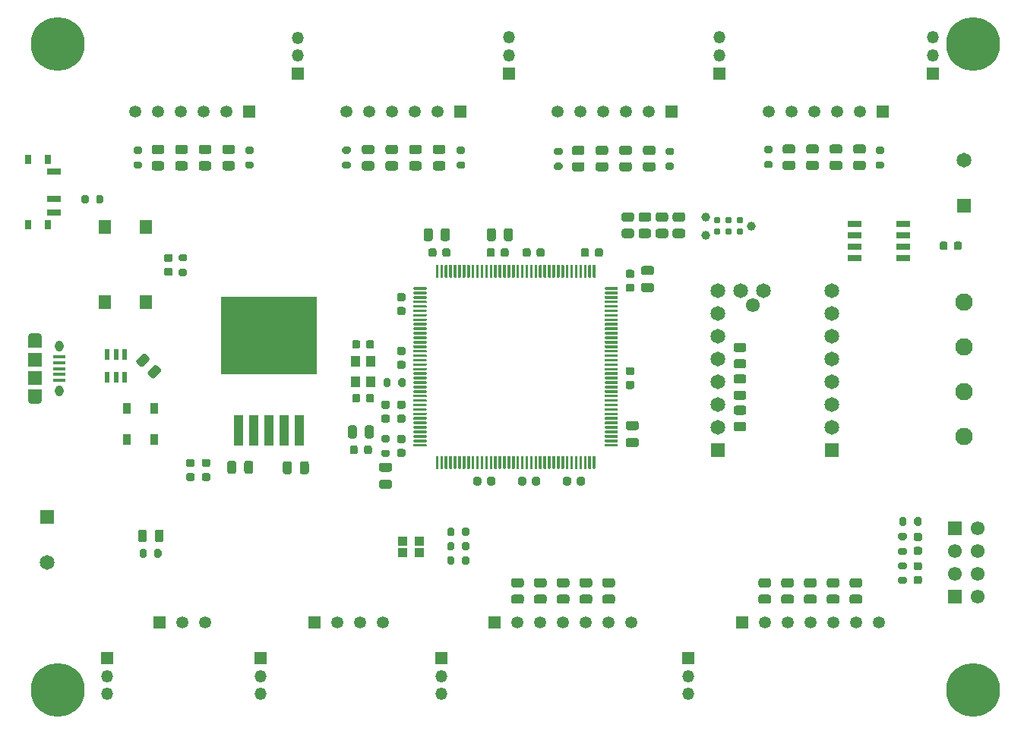
<source format=gbr>
%TF.GenerationSoftware,KiCad,Pcbnew,(5.1.10)-1*%
%TF.CreationDate,2021-08-30T20:13:54+03:00*%
%TF.ProjectId,STM32_Edge_Computing_Device,53544d33-325f-4456-9467-655f436f6d70,1.0*%
%TF.SameCoordinates,Original*%
%TF.FileFunction,Soldermask,Top*%
%TF.FilePolarity,Negative*%
%FSLAX46Y46*%
G04 Gerber Fmt 4.6, Leading zero omitted, Abs format (unit mm)*
G04 Created by KiCad (PCBNEW (5.1.10)-1) date 2021-08-30 20:13:54*
%MOMM*%
%LPD*%
G01*
G04 APERTURE LIST*
%ADD10R,1.650000X1.650000*%
%ADD11C,1.650000*%
%ADD12R,1.000000X3.400000*%
%ADD13R,10.700000X8.600000*%
%ADD14C,1.550000*%
%ADD15R,1.550000X1.550000*%
%ADD16R,1.350000X1.350000*%
%ADD17C,1.350000*%
%ADD18C,1.950000*%
%ADD19R,0.600000X1.250000*%
%ADD20R,1.350000X0.400000*%
%ADD21O,0.950000X1.250000*%
%ADD22R,1.550000X1.500000*%
%ADD23R,1.550000X1.200000*%
%ADD24O,1.550000X0.890000*%
%ADD25R,1.000000X1.000000*%
%ADD26R,1.400000X1.600000*%
%ADD27C,6.000000*%
%ADD28C,0.800000*%
%ADD29O,1.350000X1.350000*%
%ADD30R,1.500000X0.650000*%
%ADD31R,0.800000X1.000000*%
%ADD32R,1.500000X0.700000*%
%ADD33C,0.990600*%
%ADD34C,0.787400*%
%ADD35R,1.050000X1.300000*%
%ADD36R,0.850000X1.200000*%
G04 APERTURE END LIST*
D10*
%TO.C,J10*%
X156970000Y-101050000D03*
D11*
X156970000Y-98510000D03*
X156970000Y-95970000D03*
X156970000Y-93430000D03*
X156970000Y-90890000D03*
X156970000Y-88350000D03*
X156970000Y-85810000D03*
X156970000Y-83270000D03*
%TD*%
D12*
%TO.C,U1*%
X90800000Y-98900000D03*
X92500000Y-98900000D03*
X94200000Y-98900000D03*
X95900000Y-98900000D03*
X97600000Y-98900000D03*
D13*
X94200000Y-88300000D03*
%TD*%
%TO.C,C14*%
G36*
G01*
X134200000Y-91825000D02*
X134700000Y-91825000D01*
G75*
G02*
X134925000Y-92050000I0J-225000D01*
G01*
X134925000Y-92500000D01*
G75*
G02*
X134700000Y-92725000I-225000J0D01*
G01*
X134200000Y-92725000D01*
G75*
G02*
X133975000Y-92500000I0J225000D01*
G01*
X133975000Y-92050000D01*
G75*
G02*
X134200000Y-91825000I225000J0D01*
G01*
G37*
G36*
G01*
X134200000Y-93375000D02*
X134700000Y-93375000D01*
G75*
G02*
X134925000Y-93600000I0J-225000D01*
G01*
X134925000Y-94050000D01*
G75*
G02*
X134700000Y-94275000I-225000J0D01*
G01*
X134200000Y-94275000D01*
G75*
G02*
X133975000Y-94050000I0J225000D01*
G01*
X133975000Y-93600000D01*
G75*
G02*
X134200000Y-93375000I225000J0D01*
G01*
G37*
%TD*%
D11*
%TO.C,J13*%
X149350000Y-83270000D03*
X146810000Y-83270000D03*
%TD*%
D14*
%TO.C,J16*%
X173200000Y-109800000D03*
D15*
X170660000Y-109800000D03*
D14*
X173200000Y-112340000D03*
X170660000Y-112340000D03*
X173200000Y-114880000D03*
X170660000Y-114880000D03*
X173200000Y-117420000D03*
D15*
X170660000Y-117420000D03*
%TD*%
D16*
%TO.C,J17*%
X82048617Y-120280001D03*
D17*
X84588617Y-120280001D03*
X87128617Y-120280001D03*
%TD*%
D18*
%TO.C,J9*%
X171704000Y-99582000D03*
X171704000Y-94582000D03*
X171704000Y-89582000D03*
X171704000Y-84582000D03*
%TD*%
D16*
%TO.C,J18*%
X99242220Y-120280001D03*
D17*
X101782220Y-120280001D03*
X104322220Y-120280001D03*
X106862220Y-120280001D03*
%TD*%
D16*
%TO.C,J14*%
X119380000Y-120280001D03*
D17*
X121920000Y-120280001D03*
X124460000Y-120280001D03*
X127000000Y-120280001D03*
X129540000Y-120280001D03*
X132080000Y-120280001D03*
X134620000Y-120280001D03*
%TD*%
D19*
%TO.C,U2*%
X76200000Y-90425000D03*
X77150000Y-90425000D03*
X78100000Y-90425000D03*
X78100000Y-92925000D03*
X77150000Y-92925000D03*
X76200000Y-92925000D03*
%TD*%
%TO.C,R0*%
G36*
G01*
X82125826Y-92389427D02*
X81489427Y-93025826D01*
G75*
G02*
X81135877Y-93025826I-176775J176775D01*
G01*
X80764644Y-92654593D01*
G75*
G02*
X80764644Y-92301043I176775J176775D01*
G01*
X81401043Y-91664644D01*
G75*
G02*
X81754593Y-91664644I176775J-176775D01*
G01*
X82125826Y-92035877D01*
G75*
G02*
X82125826Y-92389427I-176775J-176775D01*
G01*
G37*
G36*
G01*
X80835356Y-91098957D02*
X80198957Y-91735356D01*
G75*
G02*
X79845407Y-91735356I-176775J176775D01*
G01*
X79474174Y-91364123D01*
G75*
G02*
X79474174Y-91010573I176775J176775D01*
G01*
X80110573Y-90374174D01*
G75*
G02*
X80464123Y-90374174I176775J-176775D01*
G01*
X80835356Y-90745407D01*
G75*
G02*
X80835356Y-91098957I-176775J-176775D01*
G01*
G37*
%TD*%
D20*
%TO.C,J2*%
X70850000Y-90702498D03*
X70850000Y-91352498D03*
X70850000Y-92002498D03*
X70850000Y-92652498D03*
X70850000Y-93302498D03*
D21*
X70850000Y-89502498D03*
X70850000Y-94502498D03*
D22*
X68150000Y-91002498D03*
X68150000Y-93002498D03*
D23*
X68150000Y-89102498D03*
X68150000Y-94902498D03*
D24*
X68150000Y-88502498D03*
X68150000Y-95502498D03*
%TD*%
D10*
%TO.C,J11*%
X144270000Y-101050000D03*
D11*
X144270000Y-98510000D03*
X144270000Y-95970000D03*
X144270000Y-93430000D03*
X144270000Y-90890000D03*
X144270000Y-88350000D03*
X144270000Y-85810000D03*
X144270000Y-83270000D03*
%TD*%
D16*
%TO.C,J15*%
X146939000Y-120280001D03*
D17*
X149479000Y-120280001D03*
X152019000Y-120280001D03*
X154559000Y-120280001D03*
X157099000Y-120280001D03*
X159639000Y-120280001D03*
X162179000Y-120280001D03*
%TD*%
%TO.C,J5*%
X79261609Y-63300000D03*
X81801609Y-63300000D03*
X84341609Y-63300000D03*
X86881609Y-63300000D03*
X89421609Y-63300000D03*
D16*
X91961609Y-63300000D03*
%TD*%
D17*
%TO.C,J6*%
X102806202Y-63300000D03*
X105346202Y-63300000D03*
X107886202Y-63300000D03*
X110426202Y-63300000D03*
X112966202Y-63300000D03*
D16*
X115506202Y-63300000D03*
%TD*%
D17*
%TO.C,J7*%
X126350795Y-63307000D03*
X128890795Y-63307000D03*
X131430795Y-63307000D03*
X133970795Y-63307000D03*
X136510795Y-63307000D03*
D16*
X139050795Y-63307000D03*
%TD*%
D17*
%TO.C,J8*%
X149895388Y-63307000D03*
X152435388Y-63307000D03*
X154975388Y-63307000D03*
X157515388Y-63307000D03*
X160055388Y-63307000D03*
D16*
X162595388Y-63307000D03*
%TD*%
D25*
%TO.C,D4*%
X110925000Y-111275000D03*
X109075000Y-111275000D03*
X109075000Y-112525000D03*
X110925000Y-112525000D03*
%TD*%
%TO.C,U4*%
G36*
G01*
X110300000Y-83125000D02*
X110300000Y-82975000D01*
G75*
G02*
X110375000Y-82900000I75000J0D01*
G01*
X111700000Y-82900000D01*
G75*
G02*
X111775000Y-82975000I0J-75000D01*
G01*
X111775000Y-83125000D01*
G75*
G02*
X111700000Y-83200000I-75000J0D01*
G01*
X110375000Y-83200000D01*
G75*
G02*
X110300000Y-83125000I0J75000D01*
G01*
G37*
G36*
G01*
X110300000Y-83625000D02*
X110300000Y-83475000D01*
G75*
G02*
X110375000Y-83400000I75000J0D01*
G01*
X111700000Y-83400000D01*
G75*
G02*
X111775000Y-83475000I0J-75000D01*
G01*
X111775000Y-83625000D01*
G75*
G02*
X111700000Y-83700000I-75000J0D01*
G01*
X110375000Y-83700000D01*
G75*
G02*
X110300000Y-83625000I0J75000D01*
G01*
G37*
G36*
G01*
X110300000Y-84125000D02*
X110300000Y-83975000D01*
G75*
G02*
X110375000Y-83900000I75000J0D01*
G01*
X111700000Y-83900000D01*
G75*
G02*
X111775000Y-83975000I0J-75000D01*
G01*
X111775000Y-84125000D01*
G75*
G02*
X111700000Y-84200000I-75000J0D01*
G01*
X110375000Y-84200000D01*
G75*
G02*
X110300000Y-84125000I0J75000D01*
G01*
G37*
G36*
G01*
X110300000Y-84625000D02*
X110300000Y-84475000D01*
G75*
G02*
X110375000Y-84400000I75000J0D01*
G01*
X111700000Y-84400000D01*
G75*
G02*
X111775000Y-84475000I0J-75000D01*
G01*
X111775000Y-84625000D01*
G75*
G02*
X111700000Y-84700000I-75000J0D01*
G01*
X110375000Y-84700000D01*
G75*
G02*
X110300000Y-84625000I0J75000D01*
G01*
G37*
G36*
G01*
X110300000Y-85125000D02*
X110300000Y-84975000D01*
G75*
G02*
X110375000Y-84900000I75000J0D01*
G01*
X111700000Y-84900000D01*
G75*
G02*
X111775000Y-84975000I0J-75000D01*
G01*
X111775000Y-85125000D01*
G75*
G02*
X111700000Y-85200000I-75000J0D01*
G01*
X110375000Y-85200000D01*
G75*
G02*
X110300000Y-85125000I0J75000D01*
G01*
G37*
G36*
G01*
X110300000Y-85625000D02*
X110300000Y-85475000D01*
G75*
G02*
X110375000Y-85400000I75000J0D01*
G01*
X111700000Y-85400000D01*
G75*
G02*
X111775000Y-85475000I0J-75000D01*
G01*
X111775000Y-85625000D01*
G75*
G02*
X111700000Y-85700000I-75000J0D01*
G01*
X110375000Y-85700000D01*
G75*
G02*
X110300000Y-85625000I0J75000D01*
G01*
G37*
G36*
G01*
X110300000Y-86125000D02*
X110300000Y-85975000D01*
G75*
G02*
X110375000Y-85900000I75000J0D01*
G01*
X111700000Y-85900000D01*
G75*
G02*
X111775000Y-85975000I0J-75000D01*
G01*
X111775000Y-86125000D01*
G75*
G02*
X111700000Y-86200000I-75000J0D01*
G01*
X110375000Y-86200000D01*
G75*
G02*
X110300000Y-86125000I0J75000D01*
G01*
G37*
G36*
G01*
X110300000Y-86625000D02*
X110300000Y-86475000D01*
G75*
G02*
X110375000Y-86400000I75000J0D01*
G01*
X111700000Y-86400000D01*
G75*
G02*
X111775000Y-86475000I0J-75000D01*
G01*
X111775000Y-86625000D01*
G75*
G02*
X111700000Y-86700000I-75000J0D01*
G01*
X110375000Y-86700000D01*
G75*
G02*
X110300000Y-86625000I0J75000D01*
G01*
G37*
G36*
G01*
X110300000Y-87125000D02*
X110300000Y-86975000D01*
G75*
G02*
X110375000Y-86900000I75000J0D01*
G01*
X111700000Y-86900000D01*
G75*
G02*
X111775000Y-86975000I0J-75000D01*
G01*
X111775000Y-87125000D01*
G75*
G02*
X111700000Y-87200000I-75000J0D01*
G01*
X110375000Y-87200000D01*
G75*
G02*
X110300000Y-87125000I0J75000D01*
G01*
G37*
G36*
G01*
X110300000Y-87625000D02*
X110300000Y-87475000D01*
G75*
G02*
X110375000Y-87400000I75000J0D01*
G01*
X111700000Y-87400000D01*
G75*
G02*
X111775000Y-87475000I0J-75000D01*
G01*
X111775000Y-87625000D01*
G75*
G02*
X111700000Y-87700000I-75000J0D01*
G01*
X110375000Y-87700000D01*
G75*
G02*
X110300000Y-87625000I0J75000D01*
G01*
G37*
G36*
G01*
X110300000Y-88125000D02*
X110300000Y-87975000D01*
G75*
G02*
X110375000Y-87900000I75000J0D01*
G01*
X111700000Y-87900000D01*
G75*
G02*
X111775000Y-87975000I0J-75000D01*
G01*
X111775000Y-88125000D01*
G75*
G02*
X111700000Y-88200000I-75000J0D01*
G01*
X110375000Y-88200000D01*
G75*
G02*
X110300000Y-88125000I0J75000D01*
G01*
G37*
G36*
G01*
X110300000Y-88625000D02*
X110300000Y-88475000D01*
G75*
G02*
X110375000Y-88400000I75000J0D01*
G01*
X111700000Y-88400000D01*
G75*
G02*
X111775000Y-88475000I0J-75000D01*
G01*
X111775000Y-88625000D01*
G75*
G02*
X111700000Y-88700000I-75000J0D01*
G01*
X110375000Y-88700000D01*
G75*
G02*
X110300000Y-88625000I0J75000D01*
G01*
G37*
G36*
G01*
X110300000Y-89125000D02*
X110300000Y-88975000D01*
G75*
G02*
X110375000Y-88900000I75000J0D01*
G01*
X111700000Y-88900000D01*
G75*
G02*
X111775000Y-88975000I0J-75000D01*
G01*
X111775000Y-89125000D01*
G75*
G02*
X111700000Y-89200000I-75000J0D01*
G01*
X110375000Y-89200000D01*
G75*
G02*
X110300000Y-89125000I0J75000D01*
G01*
G37*
G36*
G01*
X110300000Y-89625000D02*
X110300000Y-89475000D01*
G75*
G02*
X110375000Y-89400000I75000J0D01*
G01*
X111700000Y-89400000D01*
G75*
G02*
X111775000Y-89475000I0J-75000D01*
G01*
X111775000Y-89625000D01*
G75*
G02*
X111700000Y-89700000I-75000J0D01*
G01*
X110375000Y-89700000D01*
G75*
G02*
X110300000Y-89625000I0J75000D01*
G01*
G37*
G36*
G01*
X110300000Y-90125000D02*
X110300000Y-89975000D01*
G75*
G02*
X110375000Y-89900000I75000J0D01*
G01*
X111700000Y-89900000D01*
G75*
G02*
X111775000Y-89975000I0J-75000D01*
G01*
X111775000Y-90125000D01*
G75*
G02*
X111700000Y-90200000I-75000J0D01*
G01*
X110375000Y-90200000D01*
G75*
G02*
X110300000Y-90125000I0J75000D01*
G01*
G37*
G36*
G01*
X110300000Y-90625000D02*
X110300000Y-90475000D01*
G75*
G02*
X110375000Y-90400000I75000J0D01*
G01*
X111700000Y-90400000D01*
G75*
G02*
X111775000Y-90475000I0J-75000D01*
G01*
X111775000Y-90625000D01*
G75*
G02*
X111700000Y-90700000I-75000J0D01*
G01*
X110375000Y-90700000D01*
G75*
G02*
X110300000Y-90625000I0J75000D01*
G01*
G37*
G36*
G01*
X110300000Y-91125000D02*
X110300000Y-90975000D01*
G75*
G02*
X110375000Y-90900000I75000J0D01*
G01*
X111700000Y-90900000D01*
G75*
G02*
X111775000Y-90975000I0J-75000D01*
G01*
X111775000Y-91125000D01*
G75*
G02*
X111700000Y-91200000I-75000J0D01*
G01*
X110375000Y-91200000D01*
G75*
G02*
X110300000Y-91125000I0J75000D01*
G01*
G37*
G36*
G01*
X110300000Y-91625000D02*
X110300000Y-91475000D01*
G75*
G02*
X110375000Y-91400000I75000J0D01*
G01*
X111700000Y-91400000D01*
G75*
G02*
X111775000Y-91475000I0J-75000D01*
G01*
X111775000Y-91625000D01*
G75*
G02*
X111700000Y-91700000I-75000J0D01*
G01*
X110375000Y-91700000D01*
G75*
G02*
X110300000Y-91625000I0J75000D01*
G01*
G37*
G36*
G01*
X110300000Y-92125000D02*
X110300000Y-91975000D01*
G75*
G02*
X110375000Y-91900000I75000J0D01*
G01*
X111700000Y-91900000D01*
G75*
G02*
X111775000Y-91975000I0J-75000D01*
G01*
X111775000Y-92125000D01*
G75*
G02*
X111700000Y-92200000I-75000J0D01*
G01*
X110375000Y-92200000D01*
G75*
G02*
X110300000Y-92125000I0J75000D01*
G01*
G37*
G36*
G01*
X110300000Y-92625000D02*
X110300000Y-92475000D01*
G75*
G02*
X110375000Y-92400000I75000J0D01*
G01*
X111700000Y-92400000D01*
G75*
G02*
X111775000Y-92475000I0J-75000D01*
G01*
X111775000Y-92625000D01*
G75*
G02*
X111700000Y-92700000I-75000J0D01*
G01*
X110375000Y-92700000D01*
G75*
G02*
X110300000Y-92625000I0J75000D01*
G01*
G37*
G36*
G01*
X110300000Y-93125000D02*
X110300000Y-92975000D01*
G75*
G02*
X110375000Y-92900000I75000J0D01*
G01*
X111700000Y-92900000D01*
G75*
G02*
X111775000Y-92975000I0J-75000D01*
G01*
X111775000Y-93125000D01*
G75*
G02*
X111700000Y-93200000I-75000J0D01*
G01*
X110375000Y-93200000D01*
G75*
G02*
X110300000Y-93125000I0J75000D01*
G01*
G37*
G36*
G01*
X110300000Y-93625000D02*
X110300000Y-93475000D01*
G75*
G02*
X110375000Y-93400000I75000J0D01*
G01*
X111700000Y-93400000D01*
G75*
G02*
X111775000Y-93475000I0J-75000D01*
G01*
X111775000Y-93625000D01*
G75*
G02*
X111700000Y-93700000I-75000J0D01*
G01*
X110375000Y-93700000D01*
G75*
G02*
X110300000Y-93625000I0J75000D01*
G01*
G37*
G36*
G01*
X110300000Y-94125000D02*
X110300000Y-93975000D01*
G75*
G02*
X110375000Y-93900000I75000J0D01*
G01*
X111700000Y-93900000D01*
G75*
G02*
X111775000Y-93975000I0J-75000D01*
G01*
X111775000Y-94125000D01*
G75*
G02*
X111700000Y-94200000I-75000J0D01*
G01*
X110375000Y-94200000D01*
G75*
G02*
X110300000Y-94125000I0J75000D01*
G01*
G37*
G36*
G01*
X110300000Y-94625000D02*
X110300000Y-94475000D01*
G75*
G02*
X110375000Y-94400000I75000J0D01*
G01*
X111700000Y-94400000D01*
G75*
G02*
X111775000Y-94475000I0J-75000D01*
G01*
X111775000Y-94625000D01*
G75*
G02*
X111700000Y-94700000I-75000J0D01*
G01*
X110375000Y-94700000D01*
G75*
G02*
X110300000Y-94625000I0J75000D01*
G01*
G37*
G36*
G01*
X110300000Y-95125000D02*
X110300000Y-94975000D01*
G75*
G02*
X110375000Y-94900000I75000J0D01*
G01*
X111700000Y-94900000D01*
G75*
G02*
X111775000Y-94975000I0J-75000D01*
G01*
X111775000Y-95125000D01*
G75*
G02*
X111700000Y-95200000I-75000J0D01*
G01*
X110375000Y-95200000D01*
G75*
G02*
X110300000Y-95125000I0J75000D01*
G01*
G37*
G36*
G01*
X110300000Y-95625000D02*
X110300000Y-95475000D01*
G75*
G02*
X110375000Y-95400000I75000J0D01*
G01*
X111700000Y-95400000D01*
G75*
G02*
X111775000Y-95475000I0J-75000D01*
G01*
X111775000Y-95625000D01*
G75*
G02*
X111700000Y-95700000I-75000J0D01*
G01*
X110375000Y-95700000D01*
G75*
G02*
X110300000Y-95625000I0J75000D01*
G01*
G37*
G36*
G01*
X110300000Y-96125000D02*
X110300000Y-95975000D01*
G75*
G02*
X110375000Y-95900000I75000J0D01*
G01*
X111700000Y-95900000D01*
G75*
G02*
X111775000Y-95975000I0J-75000D01*
G01*
X111775000Y-96125000D01*
G75*
G02*
X111700000Y-96200000I-75000J0D01*
G01*
X110375000Y-96200000D01*
G75*
G02*
X110300000Y-96125000I0J75000D01*
G01*
G37*
G36*
G01*
X110300000Y-96625000D02*
X110300000Y-96475000D01*
G75*
G02*
X110375000Y-96400000I75000J0D01*
G01*
X111700000Y-96400000D01*
G75*
G02*
X111775000Y-96475000I0J-75000D01*
G01*
X111775000Y-96625000D01*
G75*
G02*
X111700000Y-96700000I-75000J0D01*
G01*
X110375000Y-96700000D01*
G75*
G02*
X110300000Y-96625000I0J75000D01*
G01*
G37*
G36*
G01*
X110300000Y-97125000D02*
X110300000Y-96975000D01*
G75*
G02*
X110375000Y-96900000I75000J0D01*
G01*
X111700000Y-96900000D01*
G75*
G02*
X111775000Y-96975000I0J-75000D01*
G01*
X111775000Y-97125000D01*
G75*
G02*
X111700000Y-97200000I-75000J0D01*
G01*
X110375000Y-97200000D01*
G75*
G02*
X110300000Y-97125000I0J75000D01*
G01*
G37*
G36*
G01*
X110300000Y-97625000D02*
X110300000Y-97475000D01*
G75*
G02*
X110375000Y-97400000I75000J0D01*
G01*
X111700000Y-97400000D01*
G75*
G02*
X111775000Y-97475000I0J-75000D01*
G01*
X111775000Y-97625000D01*
G75*
G02*
X111700000Y-97700000I-75000J0D01*
G01*
X110375000Y-97700000D01*
G75*
G02*
X110300000Y-97625000I0J75000D01*
G01*
G37*
G36*
G01*
X110300000Y-98125000D02*
X110300000Y-97975000D01*
G75*
G02*
X110375000Y-97900000I75000J0D01*
G01*
X111700000Y-97900000D01*
G75*
G02*
X111775000Y-97975000I0J-75000D01*
G01*
X111775000Y-98125000D01*
G75*
G02*
X111700000Y-98200000I-75000J0D01*
G01*
X110375000Y-98200000D01*
G75*
G02*
X110300000Y-98125000I0J75000D01*
G01*
G37*
G36*
G01*
X110300000Y-98625000D02*
X110300000Y-98475000D01*
G75*
G02*
X110375000Y-98400000I75000J0D01*
G01*
X111700000Y-98400000D01*
G75*
G02*
X111775000Y-98475000I0J-75000D01*
G01*
X111775000Y-98625000D01*
G75*
G02*
X111700000Y-98700000I-75000J0D01*
G01*
X110375000Y-98700000D01*
G75*
G02*
X110300000Y-98625000I0J75000D01*
G01*
G37*
G36*
G01*
X110300000Y-99125000D02*
X110300000Y-98975000D01*
G75*
G02*
X110375000Y-98900000I75000J0D01*
G01*
X111700000Y-98900000D01*
G75*
G02*
X111775000Y-98975000I0J-75000D01*
G01*
X111775000Y-99125000D01*
G75*
G02*
X111700000Y-99200000I-75000J0D01*
G01*
X110375000Y-99200000D01*
G75*
G02*
X110300000Y-99125000I0J75000D01*
G01*
G37*
G36*
G01*
X110300000Y-99625000D02*
X110300000Y-99475000D01*
G75*
G02*
X110375000Y-99400000I75000J0D01*
G01*
X111700000Y-99400000D01*
G75*
G02*
X111775000Y-99475000I0J-75000D01*
G01*
X111775000Y-99625000D01*
G75*
G02*
X111700000Y-99700000I-75000J0D01*
G01*
X110375000Y-99700000D01*
G75*
G02*
X110300000Y-99625000I0J75000D01*
G01*
G37*
G36*
G01*
X110300000Y-100125000D02*
X110300000Y-99975000D01*
G75*
G02*
X110375000Y-99900000I75000J0D01*
G01*
X111700000Y-99900000D01*
G75*
G02*
X111775000Y-99975000I0J-75000D01*
G01*
X111775000Y-100125000D01*
G75*
G02*
X111700000Y-100200000I-75000J0D01*
G01*
X110375000Y-100200000D01*
G75*
G02*
X110300000Y-100125000I0J75000D01*
G01*
G37*
G36*
G01*
X110300000Y-100625000D02*
X110300000Y-100475000D01*
G75*
G02*
X110375000Y-100400000I75000J0D01*
G01*
X111700000Y-100400000D01*
G75*
G02*
X111775000Y-100475000I0J-75000D01*
G01*
X111775000Y-100625000D01*
G75*
G02*
X111700000Y-100700000I-75000J0D01*
G01*
X110375000Y-100700000D01*
G75*
G02*
X110300000Y-100625000I0J75000D01*
G01*
G37*
G36*
G01*
X112800000Y-103125000D02*
X112800000Y-101800000D01*
G75*
G02*
X112875000Y-101725000I75000J0D01*
G01*
X113025000Y-101725000D01*
G75*
G02*
X113100000Y-101800000I0J-75000D01*
G01*
X113100000Y-103125000D01*
G75*
G02*
X113025000Y-103200000I-75000J0D01*
G01*
X112875000Y-103200000D01*
G75*
G02*
X112800000Y-103125000I0J75000D01*
G01*
G37*
G36*
G01*
X113300000Y-103125000D02*
X113300000Y-101800000D01*
G75*
G02*
X113375000Y-101725000I75000J0D01*
G01*
X113525000Y-101725000D01*
G75*
G02*
X113600000Y-101800000I0J-75000D01*
G01*
X113600000Y-103125000D01*
G75*
G02*
X113525000Y-103200000I-75000J0D01*
G01*
X113375000Y-103200000D01*
G75*
G02*
X113300000Y-103125000I0J75000D01*
G01*
G37*
G36*
G01*
X113800000Y-103125000D02*
X113800000Y-101800000D01*
G75*
G02*
X113875000Y-101725000I75000J0D01*
G01*
X114025000Y-101725000D01*
G75*
G02*
X114100000Y-101800000I0J-75000D01*
G01*
X114100000Y-103125000D01*
G75*
G02*
X114025000Y-103200000I-75000J0D01*
G01*
X113875000Y-103200000D01*
G75*
G02*
X113800000Y-103125000I0J75000D01*
G01*
G37*
G36*
G01*
X114300000Y-103125000D02*
X114300000Y-101800000D01*
G75*
G02*
X114375000Y-101725000I75000J0D01*
G01*
X114525000Y-101725000D01*
G75*
G02*
X114600000Y-101800000I0J-75000D01*
G01*
X114600000Y-103125000D01*
G75*
G02*
X114525000Y-103200000I-75000J0D01*
G01*
X114375000Y-103200000D01*
G75*
G02*
X114300000Y-103125000I0J75000D01*
G01*
G37*
G36*
G01*
X114800000Y-103125000D02*
X114800000Y-101800000D01*
G75*
G02*
X114875000Y-101725000I75000J0D01*
G01*
X115025000Y-101725000D01*
G75*
G02*
X115100000Y-101800000I0J-75000D01*
G01*
X115100000Y-103125000D01*
G75*
G02*
X115025000Y-103200000I-75000J0D01*
G01*
X114875000Y-103200000D01*
G75*
G02*
X114800000Y-103125000I0J75000D01*
G01*
G37*
G36*
G01*
X115300000Y-103125000D02*
X115300000Y-101800000D01*
G75*
G02*
X115375000Y-101725000I75000J0D01*
G01*
X115525000Y-101725000D01*
G75*
G02*
X115600000Y-101800000I0J-75000D01*
G01*
X115600000Y-103125000D01*
G75*
G02*
X115525000Y-103200000I-75000J0D01*
G01*
X115375000Y-103200000D01*
G75*
G02*
X115300000Y-103125000I0J75000D01*
G01*
G37*
G36*
G01*
X115800000Y-103125000D02*
X115800000Y-101800000D01*
G75*
G02*
X115875000Y-101725000I75000J0D01*
G01*
X116025000Y-101725000D01*
G75*
G02*
X116100000Y-101800000I0J-75000D01*
G01*
X116100000Y-103125000D01*
G75*
G02*
X116025000Y-103200000I-75000J0D01*
G01*
X115875000Y-103200000D01*
G75*
G02*
X115800000Y-103125000I0J75000D01*
G01*
G37*
G36*
G01*
X116300000Y-103125000D02*
X116300000Y-101800000D01*
G75*
G02*
X116375000Y-101725000I75000J0D01*
G01*
X116525000Y-101725000D01*
G75*
G02*
X116600000Y-101800000I0J-75000D01*
G01*
X116600000Y-103125000D01*
G75*
G02*
X116525000Y-103200000I-75000J0D01*
G01*
X116375000Y-103200000D01*
G75*
G02*
X116300000Y-103125000I0J75000D01*
G01*
G37*
G36*
G01*
X116800000Y-103125000D02*
X116800000Y-101800000D01*
G75*
G02*
X116875000Y-101725000I75000J0D01*
G01*
X117025000Y-101725000D01*
G75*
G02*
X117100000Y-101800000I0J-75000D01*
G01*
X117100000Y-103125000D01*
G75*
G02*
X117025000Y-103200000I-75000J0D01*
G01*
X116875000Y-103200000D01*
G75*
G02*
X116800000Y-103125000I0J75000D01*
G01*
G37*
G36*
G01*
X117300000Y-103125000D02*
X117300000Y-101800000D01*
G75*
G02*
X117375000Y-101725000I75000J0D01*
G01*
X117525000Y-101725000D01*
G75*
G02*
X117600000Y-101800000I0J-75000D01*
G01*
X117600000Y-103125000D01*
G75*
G02*
X117525000Y-103200000I-75000J0D01*
G01*
X117375000Y-103200000D01*
G75*
G02*
X117300000Y-103125000I0J75000D01*
G01*
G37*
G36*
G01*
X117800000Y-103125000D02*
X117800000Y-101800000D01*
G75*
G02*
X117875000Y-101725000I75000J0D01*
G01*
X118025000Y-101725000D01*
G75*
G02*
X118100000Y-101800000I0J-75000D01*
G01*
X118100000Y-103125000D01*
G75*
G02*
X118025000Y-103200000I-75000J0D01*
G01*
X117875000Y-103200000D01*
G75*
G02*
X117800000Y-103125000I0J75000D01*
G01*
G37*
G36*
G01*
X118300000Y-103125000D02*
X118300000Y-101800000D01*
G75*
G02*
X118375000Y-101725000I75000J0D01*
G01*
X118525000Y-101725000D01*
G75*
G02*
X118600000Y-101800000I0J-75000D01*
G01*
X118600000Y-103125000D01*
G75*
G02*
X118525000Y-103200000I-75000J0D01*
G01*
X118375000Y-103200000D01*
G75*
G02*
X118300000Y-103125000I0J75000D01*
G01*
G37*
G36*
G01*
X118800000Y-103125000D02*
X118800000Y-101800000D01*
G75*
G02*
X118875000Y-101725000I75000J0D01*
G01*
X119025000Y-101725000D01*
G75*
G02*
X119100000Y-101800000I0J-75000D01*
G01*
X119100000Y-103125000D01*
G75*
G02*
X119025000Y-103200000I-75000J0D01*
G01*
X118875000Y-103200000D01*
G75*
G02*
X118800000Y-103125000I0J75000D01*
G01*
G37*
G36*
G01*
X119300000Y-103125000D02*
X119300000Y-101800000D01*
G75*
G02*
X119375000Y-101725000I75000J0D01*
G01*
X119525000Y-101725000D01*
G75*
G02*
X119600000Y-101800000I0J-75000D01*
G01*
X119600000Y-103125000D01*
G75*
G02*
X119525000Y-103200000I-75000J0D01*
G01*
X119375000Y-103200000D01*
G75*
G02*
X119300000Y-103125000I0J75000D01*
G01*
G37*
G36*
G01*
X119800000Y-103125000D02*
X119800000Y-101800000D01*
G75*
G02*
X119875000Y-101725000I75000J0D01*
G01*
X120025000Y-101725000D01*
G75*
G02*
X120100000Y-101800000I0J-75000D01*
G01*
X120100000Y-103125000D01*
G75*
G02*
X120025000Y-103200000I-75000J0D01*
G01*
X119875000Y-103200000D01*
G75*
G02*
X119800000Y-103125000I0J75000D01*
G01*
G37*
G36*
G01*
X120300000Y-103125000D02*
X120300000Y-101800000D01*
G75*
G02*
X120375000Y-101725000I75000J0D01*
G01*
X120525000Y-101725000D01*
G75*
G02*
X120600000Y-101800000I0J-75000D01*
G01*
X120600000Y-103125000D01*
G75*
G02*
X120525000Y-103200000I-75000J0D01*
G01*
X120375000Y-103200000D01*
G75*
G02*
X120300000Y-103125000I0J75000D01*
G01*
G37*
G36*
G01*
X120800000Y-103125000D02*
X120800000Y-101800000D01*
G75*
G02*
X120875000Y-101725000I75000J0D01*
G01*
X121025000Y-101725000D01*
G75*
G02*
X121100000Y-101800000I0J-75000D01*
G01*
X121100000Y-103125000D01*
G75*
G02*
X121025000Y-103200000I-75000J0D01*
G01*
X120875000Y-103200000D01*
G75*
G02*
X120800000Y-103125000I0J75000D01*
G01*
G37*
G36*
G01*
X121300000Y-103125000D02*
X121300000Y-101800000D01*
G75*
G02*
X121375000Y-101725000I75000J0D01*
G01*
X121525000Y-101725000D01*
G75*
G02*
X121600000Y-101800000I0J-75000D01*
G01*
X121600000Y-103125000D01*
G75*
G02*
X121525000Y-103200000I-75000J0D01*
G01*
X121375000Y-103200000D01*
G75*
G02*
X121300000Y-103125000I0J75000D01*
G01*
G37*
G36*
G01*
X121800000Y-103125000D02*
X121800000Y-101800000D01*
G75*
G02*
X121875000Y-101725000I75000J0D01*
G01*
X122025000Y-101725000D01*
G75*
G02*
X122100000Y-101800000I0J-75000D01*
G01*
X122100000Y-103125000D01*
G75*
G02*
X122025000Y-103200000I-75000J0D01*
G01*
X121875000Y-103200000D01*
G75*
G02*
X121800000Y-103125000I0J75000D01*
G01*
G37*
G36*
G01*
X122300000Y-103125000D02*
X122300000Y-101800000D01*
G75*
G02*
X122375000Y-101725000I75000J0D01*
G01*
X122525000Y-101725000D01*
G75*
G02*
X122600000Y-101800000I0J-75000D01*
G01*
X122600000Y-103125000D01*
G75*
G02*
X122525000Y-103200000I-75000J0D01*
G01*
X122375000Y-103200000D01*
G75*
G02*
X122300000Y-103125000I0J75000D01*
G01*
G37*
G36*
G01*
X122800000Y-103125000D02*
X122800000Y-101800000D01*
G75*
G02*
X122875000Y-101725000I75000J0D01*
G01*
X123025000Y-101725000D01*
G75*
G02*
X123100000Y-101800000I0J-75000D01*
G01*
X123100000Y-103125000D01*
G75*
G02*
X123025000Y-103200000I-75000J0D01*
G01*
X122875000Y-103200000D01*
G75*
G02*
X122800000Y-103125000I0J75000D01*
G01*
G37*
G36*
G01*
X123300000Y-103125000D02*
X123300000Y-101800000D01*
G75*
G02*
X123375000Y-101725000I75000J0D01*
G01*
X123525000Y-101725000D01*
G75*
G02*
X123600000Y-101800000I0J-75000D01*
G01*
X123600000Y-103125000D01*
G75*
G02*
X123525000Y-103200000I-75000J0D01*
G01*
X123375000Y-103200000D01*
G75*
G02*
X123300000Y-103125000I0J75000D01*
G01*
G37*
G36*
G01*
X123800000Y-103125000D02*
X123800000Y-101800000D01*
G75*
G02*
X123875000Y-101725000I75000J0D01*
G01*
X124025000Y-101725000D01*
G75*
G02*
X124100000Y-101800000I0J-75000D01*
G01*
X124100000Y-103125000D01*
G75*
G02*
X124025000Y-103200000I-75000J0D01*
G01*
X123875000Y-103200000D01*
G75*
G02*
X123800000Y-103125000I0J75000D01*
G01*
G37*
G36*
G01*
X124300000Y-103125000D02*
X124300000Y-101800000D01*
G75*
G02*
X124375000Y-101725000I75000J0D01*
G01*
X124525000Y-101725000D01*
G75*
G02*
X124600000Y-101800000I0J-75000D01*
G01*
X124600000Y-103125000D01*
G75*
G02*
X124525000Y-103200000I-75000J0D01*
G01*
X124375000Y-103200000D01*
G75*
G02*
X124300000Y-103125000I0J75000D01*
G01*
G37*
G36*
G01*
X124800000Y-103125000D02*
X124800000Y-101800000D01*
G75*
G02*
X124875000Y-101725000I75000J0D01*
G01*
X125025000Y-101725000D01*
G75*
G02*
X125100000Y-101800000I0J-75000D01*
G01*
X125100000Y-103125000D01*
G75*
G02*
X125025000Y-103200000I-75000J0D01*
G01*
X124875000Y-103200000D01*
G75*
G02*
X124800000Y-103125000I0J75000D01*
G01*
G37*
G36*
G01*
X125300000Y-103125000D02*
X125300000Y-101800000D01*
G75*
G02*
X125375000Y-101725000I75000J0D01*
G01*
X125525000Y-101725000D01*
G75*
G02*
X125600000Y-101800000I0J-75000D01*
G01*
X125600000Y-103125000D01*
G75*
G02*
X125525000Y-103200000I-75000J0D01*
G01*
X125375000Y-103200000D01*
G75*
G02*
X125300000Y-103125000I0J75000D01*
G01*
G37*
G36*
G01*
X125800000Y-103125000D02*
X125800000Y-101800000D01*
G75*
G02*
X125875000Y-101725000I75000J0D01*
G01*
X126025000Y-101725000D01*
G75*
G02*
X126100000Y-101800000I0J-75000D01*
G01*
X126100000Y-103125000D01*
G75*
G02*
X126025000Y-103200000I-75000J0D01*
G01*
X125875000Y-103200000D01*
G75*
G02*
X125800000Y-103125000I0J75000D01*
G01*
G37*
G36*
G01*
X126300000Y-103125000D02*
X126300000Y-101800000D01*
G75*
G02*
X126375000Y-101725000I75000J0D01*
G01*
X126525000Y-101725000D01*
G75*
G02*
X126600000Y-101800000I0J-75000D01*
G01*
X126600000Y-103125000D01*
G75*
G02*
X126525000Y-103200000I-75000J0D01*
G01*
X126375000Y-103200000D01*
G75*
G02*
X126300000Y-103125000I0J75000D01*
G01*
G37*
G36*
G01*
X126800000Y-103125000D02*
X126800000Y-101800000D01*
G75*
G02*
X126875000Y-101725000I75000J0D01*
G01*
X127025000Y-101725000D01*
G75*
G02*
X127100000Y-101800000I0J-75000D01*
G01*
X127100000Y-103125000D01*
G75*
G02*
X127025000Y-103200000I-75000J0D01*
G01*
X126875000Y-103200000D01*
G75*
G02*
X126800000Y-103125000I0J75000D01*
G01*
G37*
G36*
G01*
X127300000Y-103125000D02*
X127300000Y-101800000D01*
G75*
G02*
X127375000Y-101725000I75000J0D01*
G01*
X127525000Y-101725000D01*
G75*
G02*
X127600000Y-101800000I0J-75000D01*
G01*
X127600000Y-103125000D01*
G75*
G02*
X127525000Y-103200000I-75000J0D01*
G01*
X127375000Y-103200000D01*
G75*
G02*
X127300000Y-103125000I0J75000D01*
G01*
G37*
G36*
G01*
X127800000Y-103125000D02*
X127800000Y-101800000D01*
G75*
G02*
X127875000Y-101725000I75000J0D01*
G01*
X128025000Y-101725000D01*
G75*
G02*
X128100000Y-101800000I0J-75000D01*
G01*
X128100000Y-103125000D01*
G75*
G02*
X128025000Y-103200000I-75000J0D01*
G01*
X127875000Y-103200000D01*
G75*
G02*
X127800000Y-103125000I0J75000D01*
G01*
G37*
G36*
G01*
X128300000Y-103125000D02*
X128300000Y-101800000D01*
G75*
G02*
X128375000Y-101725000I75000J0D01*
G01*
X128525000Y-101725000D01*
G75*
G02*
X128600000Y-101800000I0J-75000D01*
G01*
X128600000Y-103125000D01*
G75*
G02*
X128525000Y-103200000I-75000J0D01*
G01*
X128375000Y-103200000D01*
G75*
G02*
X128300000Y-103125000I0J75000D01*
G01*
G37*
G36*
G01*
X128800000Y-103125000D02*
X128800000Y-101800000D01*
G75*
G02*
X128875000Y-101725000I75000J0D01*
G01*
X129025000Y-101725000D01*
G75*
G02*
X129100000Y-101800000I0J-75000D01*
G01*
X129100000Y-103125000D01*
G75*
G02*
X129025000Y-103200000I-75000J0D01*
G01*
X128875000Y-103200000D01*
G75*
G02*
X128800000Y-103125000I0J75000D01*
G01*
G37*
G36*
G01*
X129300000Y-103125000D02*
X129300000Y-101800000D01*
G75*
G02*
X129375000Y-101725000I75000J0D01*
G01*
X129525000Y-101725000D01*
G75*
G02*
X129600000Y-101800000I0J-75000D01*
G01*
X129600000Y-103125000D01*
G75*
G02*
X129525000Y-103200000I-75000J0D01*
G01*
X129375000Y-103200000D01*
G75*
G02*
X129300000Y-103125000I0J75000D01*
G01*
G37*
G36*
G01*
X129800000Y-103125000D02*
X129800000Y-101800000D01*
G75*
G02*
X129875000Y-101725000I75000J0D01*
G01*
X130025000Y-101725000D01*
G75*
G02*
X130100000Y-101800000I0J-75000D01*
G01*
X130100000Y-103125000D01*
G75*
G02*
X130025000Y-103200000I-75000J0D01*
G01*
X129875000Y-103200000D01*
G75*
G02*
X129800000Y-103125000I0J75000D01*
G01*
G37*
G36*
G01*
X130300000Y-103125000D02*
X130300000Y-101800000D01*
G75*
G02*
X130375000Y-101725000I75000J0D01*
G01*
X130525000Y-101725000D01*
G75*
G02*
X130600000Y-101800000I0J-75000D01*
G01*
X130600000Y-103125000D01*
G75*
G02*
X130525000Y-103200000I-75000J0D01*
G01*
X130375000Y-103200000D01*
G75*
G02*
X130300000Y-103125000I0J75000D01*
G01*
G37*
G36*
G01*
X131625000Y-100625000D02*
X131625000Y-100475000D01*
G75*
G02*
X131700000Y-100400000I75000J0D01*
G01*
X133025000Y-100400000D01*
G75*
G02*
X133100000Y-100475000I0J-75000D01*
G01*
X133100000Y-100625000D01*
G75*
G02*
X133025000Y-100700000I-75000J0D01*
G01*
X131700000Y-100700000D01*
G75*
G02*
X131625000Y-100625000I0J75000D01*
G01*
G37*
G36*
G01*
X131625000Y-100125000D02*
X131625000Y-99975000D01*
G75*
G02*
X131700000Y-99900000I75000J0D01*
G01*
X133025000Y-99900000D01*
G75*
G02*
X133100000Y-99975000I0J-75000D01*
G01*
X133100000Y-100125000D01*
G75*
G02*
X133025000Y-100200000I-75000J0D01*
G01*
X131700000Y-100200000D01*
G75*
G02*
X131625000Y-100125000I0J75000D01*
G01*
G37*
G36*
G01*
X131625000Y-99625000D02*
X131625000Y-99475000D01*
G75*
G02*
X131700000Y-99400000I75000J0D01*
G01*
X133025000Y-99400000D01*
G75*
G02*
X133100000Y-99475000I0J-75000D01*
G01*
X133100000Y-99625000D01*
G75*
G02*
X133025000Y-99700000I-75000J0D01*
G01*
X131700000Y-99700000D01*
G75*
G02*
X131625000Y-99625000I0J75000D01*
G01*
G37*
G36*
G01*
X131625000Y-99125000D02*
X131625000Y-98975000D01*
G75*
G02*
X131700000Y-98900000I75000J0D01*
G01*
X133025000Y-98900000D01*
G75*
G02*
X133100000Y-98975000I0J-75000D01*
G01*
X133100000Y-99125000D01*
G75*
G02*
X133025000Y-99200000I-75000J0D01*
G01*
X131700000Y-99200000D01*
G75*
G02*
X131625000Y-99125000I0J75000D01*
G01*
G37*
G36*
G01*
X131625000Y-98625000D02*
X131625000Y-98475000D01*
G75*
G02*
X131700000Y-98400000I75000J0D01*
G01*
X133025000Y-98400000D01*
G75*
G02*
X133100000Y-98475000I0J-75000D01*
G01*
X133100000Y-98625000D01*
G75*
G02*
X133025000Y-98700000I-75000J0D01*
G01*
X131700000Y-98700000D01*
G75*
G02*
X131625000Y-98625000I0J75000D01*
G01*
G37*
G36*
G01*
X131625000Y-98125000D02*
X131625000Y-97975000D01*
G75*
G02*
X131700000Y-97900000I75000J0D01*
G01*
X133025000Y-97900000D01*
G75*
G02*
X133100000Y-97975000I0J-75000D01*
G01*
X133100000Y-98125000D01*
G75*
G02*
X133025000Y-98200000I-75000J0D01*
G01*
X131700000Y-98200000D01*
G75*
G02*
X131625000Y-98125000I0J75000D01*
G01*
G37*
G36*
G01*
X131625000Y-97625000D02*
X131625000Y-97475000D01*
G75*
G02*
X131700000Y-97400000I75000J0D01*
G01*
X133025000Y-97400000D01*
G75*
G02*
X133100000Y-97475000I0J-75000D01*
G01*
X133100000Y-97625000D01*
G75*
G02*
X133025000Y-97700000I-75000J0D01*
G01*
X131700000Y-97700000D01*
G75*
G02*
X131625000Y-97625000I0J75000D01*
G01*
G37*
G36*
G01*
X131625000Y-97125000D02*
X131625000Y-96975000D01*
G75*
G02*
X131700000Y-96900000I75000J0D01*
G01*
X133025000Y-96900000D01*
G75*
G02*
X133100000Y-96975000I0J-75000D01*
G01*
X133100000Y-97125000D01*
G75*
G02*
X133025000Y-97200000I-75000J0D01*
G01*
X131700000Y-97200000D01*
G75*
G02*
X131625000Y-97125000I0J75000D01*
G01*
G37*
G36*
G01*
X131625000Y-96625000D02*
X131625000Y-96475000D01*
G75*
G02*
X131700000Y-96400000I75000J0D01*
G01*
X133025000Y-96400000D01*
G75*
G02*
X133100000Y-96475000I0J-75000D01*
G01*
X133100000Y-96625000D01*
G75*
G02*
X133025000Y-96700000I-75000J0D01*
G01*
X131700000Y-96700000D01*
G75*
G02*
X131625000Y-96625000I0J75000D01*
G01*
G37*
G36*
G01*
X131625000Y-96125000D02*
X131625000Y-95975000D01*
G75*
G02*
X131700000Y-95900000I75000J0D01*
G01*
X133025000Y-95900000D01*
G75*
G02*
X133100000Y-95975000I0J-75000D01*
G01*
X133100000Y-96125000D01*
G75*
G02*
X133025000Y-96200000I-75000J0D01*
G01*
X131700000Y-96200000D01*
G75*
G02*
X131625000Y-96125000I0J75000D01*
G01*
G37*
G36*
G01*
X131625000Y-95625000D02*
X131625000Y-95475000D01*
G75*
G02*
X131700000Y-95400000I75000J0D01*
G01*
X133025000Y-95400000D01*
G75*
G02*
X133100000Y-95475000I0J-75000D01*
G01*
X133100000Y-95625000D01*
G75*
G02*
X133025000Y-95700000I-75000J0D01*
G01*
X131700000Y-95700000D01*
G75*
G02*
X131625000Y-95625000I0J75000D01*
G01*
G37*
G36*
G01*
X131625000Y-95125000D02*
X131625000Y-94975000D01*
G75*
G02*
X131700000Y-94900000I75000J0D01*
G01*
X133025000Y-94900000D01*
G75*
G02*
X133100000Y-94975000I0J-75000D01*
G01*
X133100000Y-95125000D01*
G75*
G02*
X133025000Y-95200000I-75000J0D01*
G01*
X131700000Y-95200000D01*
G75*
G02*
X131625000Y-95125000I0J75000D01*
G01*
G37*
G36*
G01*
X131625000Y-94625000D02*
X131625000Y-94475000D01*
G75*
G02*
X131700000Y-94400000I75000J0D01*
G01*
X133025000Y-94400000D01*
G75*
G02*
X133100000Y-94475000I0J-75000D01*
G01*
X133100000Y-94625000D01*
G75*
G02*
X133025000Y-94700000I-75000J0D01*
G01*
X131700000Y-94700000D01*
G75*
G02*
X131625000Y-94625000I0J75000D01*
G01*
G37*
G36*
G01*
X131625000Y-94125000D02*
X131625000Y-93975000D01*
G75*
G02*
X131700000Y-93900000I75000J0D01*
G01*
X133025000Y-93900000D01*
G75*
G02*
X133100000Y-93975000I0J-75000D01*
G01*
X133100000Y-94125000D01*
G75*
G02*
X133025000Y-94200000I-75000J0D01*
G01*
X131700000Y-94200000D01*
G75*
G02*
X131625000Y-94125000I0J75000D01*
G01*
G37*
G36*
G01*
X131625000Y-93625000D02*
X131625000Y-93475000D01*
G75*
G02*
X131700000Y-93400000I75000J0D01*
G01*
X133025000Y-93400000D01*
G75*
G02*
X133100000Y-93475000I0J-75000D01*
G01*
X133100000Y-93625000D01*
G75*
G02*
X133025000Y-93700000I-75000J0D01*
G01*
X131700000Y-93700000D01*
G75*
G02*
X131625000Y-93625000I0J75000D01*
G01*
G37*
G36*
G01*
X131625000Y-93125000D02*
X131625000Y-92975000D01*
G75*
G02*
X131700000Y-92900000I75000J0D01*
G01*
X133025000Y-92900000D01*
G75*
G02*
X133100000Y-92975000I0J-75000D01*
G01*
X133100000Y-93125000D01*
G75*
G02*
X133025000Y-93200000I-75000J0D01*
G01*
X131700000Y-93200000D01*
G75*
G02*
X131625000Y-93125000I0J75000D01*
G01*
G37*
G36*
G01*
X131625000Y-92625000D02*
X131625000Y-92475000D01*
G75*
G02*
X131700000Y-92400000I75000J0D01*
G01*
X133025000Y-92400000D01*
G75*
G02*
X133100000Y-92475000I0J-75000D01*
G01*
X133100000Y-92625000D01*
G75*
G02*
X133025000Y-92700000I-75000J0D01*
G01*
X131700000Y-92700000D01*
G75*
G02*
X131625000Y-92625000I0J75000D01*
G01*
G37*
G36*
G01*
X131625000Y-92125000D02*
X131625000Y-91975000D01*
G75*
G02*
X131700000Y-91900000I75000J0D01*
G01*
X133025000Y-91900000D01*
G75*
G02*
X133100000Y-91975000I0J-75000D01*
G01*
X133100000Y-92125000D01*
G75*
G02*
X133025000Y-92200000I-75000J0D01*
G01*
X131700000Y-92200000D01*
G75*
G02*
X131625000Y-92125000I0J75000D01*
G01*
G37*
G36*
G01*
X131625000Y-91625000D02*
X131625000Y-91475000D01*
G75*
G02*
X131700000Y-91400000I75000J0D01*
G01*
X133025000Y-91400000D01*
G75*
G02*
X133100000Y-91475000I0J-75000D01*
G01*
X133100000Y-91625000D01*
G75*
G02*
X133025000Y-91700000I-75000J0D01*
G01*
X131700000Y-91700000D01*
G75*
G02*
X131625000Y-91625000I0J75000D01*
G01*
G37*
G36*
G01*
X131625000Y-91125000D02*
X131625000Y-90975000D01*
G75*
G02*
X131700000Y-90900000I75000J0D01*
G01*
X133025000Y-90900000D01*
G75*
G02*
X133100000Y-90975000I0J-75000D01*
G01*
X133100000Y-91125000D01*
G75*
G02*
X133025000Y-91200000I-75000J0D01*
G01*
X131700000Y-91200000D01*
G75*
G02*
X131625000Y-91125000I0J75000D01*
G01*
G37*
G36*
G01*
X131625000Y-90625000D02*
X131625000Y-90475000D01*
G75*
G02*
X131700000Y-90400000I75000J0D01*
G01*
X133025000Y-90400000D01*
G75*
G02*
X133100000Y-90475000I0J-75000D01*
G01*
X133100000Y-90625000D01*
G75*
G02*
X133025000Y-90700000I-75000J0D01*
G01*
X131700000Y-90700000D01*
G75*
G02*
X131625000Y-90625000I0J75000D01*
G01*
G37*
G36*
G01*
X131625000Y-90125000D02*
X131625000Y-89975000D01*
G75*
G02*
X131700000Y-89900000I75000J0D01*
G01*
X133025000Y-89900000D01*
G75*
G02*
X133100000Y-89975000I0J-75000D01*
G01*
X133100000Y-90125000D01*
G75*
G02*
X133025000Y-90200000I-75000J0D01*
G01*
X131700000Y-90200000D01*
G75*
G02*
X131625000Y-90125000I0J75000D01*
G01*
G37*
G36*
G01*
X131625000Y-89625000D02*
X131625000Y-89475000D01*
G75*
G02*
X131700000Y-89400000I75000J0D01*
G01*
X133025000Y-89400000D01*
G75*
G02*
X133100000Y-89475000I0J-75000D01*
G01*
X133100000Y-89625000D01*
G75*
G02*
X133025000Y-89700000I-75000J0D01*
G01*
X131700000Y-89700000D01*
G75*
G02*
X131625000Y-89625000I0J75000D01*
G01*
G37*
G36*
G01*
X131625000Y-89125000D02*
X131625000Y-88975000D01*
G75*
G02*
X131700000Y-88900000I75000J0D01*
G01*
X133025000Y-88900000D01*
G75*
G02*
X133100000Y-88975000I0J-75000D01*
G01*
X133100000Y-89125000D01*
G75*
G02*
X133025000Y-89200000I-75000J0D01*
G01*
X131700000Y-89200000D01*
G75*
G02*
X131625000Y-89125000I0J75000D01*
G01*
G37*
G36*
G01*
X131625000Y-88625000D02*
X131625000Y-88475000D01*
G75*
G02*
X131700000Y-88400000I75000J0D01*
G01*
X133025000Y-88400000D01*
G75*
G02*
X133100000Y-88475000I0J-75000D01*
G01*
X133100000Y-88625000D01*
G75*
G02*
X133025000Y-88700000I-75000J0D01*
G01*
X131700000Y-88700000D01*
G75*
G02*
X131625000Y-88625000I0J75000D01*
G01*
G37*
G36*
G01*
X131625000Y-88125000D02*
X131625000Y-87975000D01*
G75*
G02*
X131700000Y-87900000I75000J0D01*
G01*
X133025000Y-87900000D01*
G75*
G02*
X133100000Y-87975000I0J-75000D01*
G01*
X133100000Y-88125000D01*
G75*
G02*
X133025000Y-88200000I-75000J0D01*
G01*
X131700000Y-88200000D01*
G75*
G02*
X131625000Y-88125000I0J75000D01*
G01*
G37*
G36*
G01*
X131625000Y-87625000D02*
X131625000Y-87475000D01*
G75*
G02*
X131700000Y-87400000I75000J0D01*
G01*
X133025000Y-87400000D01*
G75*
G02*
X133100000Y-87475000I0J-75000D01*
G01*
X133100000Y-87625000D01*
G75*
G02*
X133025000Y-87700000I-75000J0D01*
G01*
X131700000Y-87700000D01*
G75*
G02*
X131625000Y-87625000I0J75000D01*
G01*
G37*
G36*
G01*
X131625000Y-87125000D02*
X131625000Y-86975000D01*
G75*
G02*
X131700000Y-86900000I75000J0D01*
G01*
X133025000Y-86900000D01*
G75*
G02*
X133100000Y-86975000I0J-75000D01*
G01*
X133100000Y-87125000D01*
G75*
G02*
X133025000Y-87200000I-75000J0D01*
G01*
X131700000Y-87200000D01*
G75*
G02*
X131625000Y-87125000I0J75000D01*
G01*
G37*
G36*
G01*
X131625000Y-86625000D02*
X131625000Y-86475000D01*
G75*
G02*
X131700000Y-86400000I75000J0D01*
G01*
X133025000Y-86400000D01*
G75*
G02*
X133100000Y-86475000I0J-75000D01*
G01*
X133100000Y-86625000D01*
G75*
G02*
X133025000Y-86700000I-75000J0D01*
G01*
X131700000Y-86700000D01*
G75*
G02*
X131625000Y-86625000I0J75000D01*
G01*
G37*
G36*
G01*
X131625000Y-86125000D02*
X131625000Y-85975000D01*
G75*
G02*
X131700000Y-85900000I75000J0D01*
G01*
X133025000Y-85900000D01*
G75*
G02*
X133100000Y-85975000I0J-75000D01*
G01*
X133100000Y-86125000D01*
G75*
G02*
X133025000Y-86200000I-75000J0D01*
G01*
X131700000Y-86200000D01*
G75*
G02*
X131625000Y-86125000I0J75000D01*
G01*
G37*
G36*
G01*
X131625000Y-85625000D02*
X131625000Y-85475000D01*
G75*
G02*
X131700000Y-85400000I75000J0D01*
G01*
X133025000Y-85400000D01*
G75*
G02*
X133100000Y-85475000I0J-75000D01*
G01*
X133100000Y-85625000D01*
G75*
G02*
X133025000Y-85700000I-75000J0D01*
G01*
X131700000Y-85700000D01*
G75*
G02*
X131625000Y-85625000I0J75000D01*
G01*
G37*
G36*
G01*
X131625000Y-85125000D02*
X131625000Y-84975000D01*
G75*
G02*
X131700000Y-84900000I75000J0D01*
G01*
X133025000Y-84900000D01*
G75*
G02*
X133100000Y-84975000I0J-75000D01*
G01*
X133100000Y-85125000D01*
G75*
G02*
X133025000Y-85200000I-75000J0D01*
G01*
X131700000Y-85200000D01*
G75*
G02*
X131625000Y-85125000I0J75000D01*
G01*
G37*
G36*
G01*
X131625000Y-84625000D02*
X131625000Y-84475000D01*
G75*
G02*
X131700000Y-84400000I75000J0D01*
G01*
X133025000Y-84400000D01*
G75*
G02*
X133100000Y-84475000I0J-75000D01*
G01*
X133100000Y-84625000D01*
G75*
G02*
X133025000Y-84700000I-75000J0D01*
G01*
X131700000Y-84700000D01*
G75*
G02*
X131625000Y-84625000I0J75000D01*
G01*
G37*
G36*
G01*
X131625000Y-84125000D02*
X131625000Y-83975000D01*
G75*
G02*
X131700000Y-83900000I75000J0D01*
G01*
X133025000Y-83900000D01*
G75*
G02*
X133100000Y-83975000I0J-75000D01*
G01*
X133100000Y-84125000D01*
G75*
G02*
X133025000Y-84200000I-75000J0D01*
G01*
X131700000Y-84200000D01*
G75*
G02*
X131625000Y-84125000I0J75000D01*
G01*
G37*
G36*
G01*
X131625000Y-83625000D02*
X131625000Y-83475000D01*
G75*
G02*
X131700000Y-83400000I75000J0D01*
G01*
X133025000Y-83400000D01*
G75*
G02*
X133100000Y-83475000I0J-75000D01*
G01*
X133100000Y-83625000D01*
G75*
G02*
X133025000Y-83700000I-75000J0D01*
G01*
X131700000Y-83700000D01*
G75*
G02*
X131625000Y-83625000I0J75000D01*
G01*
G37*
G36*
G01*
X131625000Y-83125000D02*
X131625000Y-82975000D01*
G75*
G02*
X131700000Y-82900000I75000J0D01*
G01*
X133025000Y-82900000D01*
G75*
G02*
X133100000Y-82975000I0J-75000D01*
G01*
X133100000Y-83125000D01*
G75*
G02*
X133025000Y-83200000I-75000J0D01*
G01*
X131700000Y-83200000D01*
G75*
G02*
X131625000Y-83125000I0J75000D01*
G01*
G37*
G36*
G01*
X130300000Y-81800000D02*
X130300000Y-80475000D01*
G75*
G02*
X130375000Y-80400000I75000J0D01*
G01*
X130525000Y-80400000D01*
G75*
G02*
X130600000Y-80475000I0J-75000D01*
G01*
X130600000Y-81800000D01*
G75*
G02*
X130525000Y-81875000I-75000J0D01*
G01*
X130375000Y-81875000D01*
G75*
G02*
X130300000Y-81800000I0J75000D01*
G01*
G37*
G36*
G01*
X129800000Y-81800000D02*
X129800000Y-80475000D01*
G75*
G02*
X129875000Y-80400000I75000J0D01*
G01*
X130025000Y-80400000D01*
G75*
G02*
X130100000Y-80475000I0J-75000D01*
G01*
X130100000Y-81800000D01*
G75*
G02*
X130025000Y-81875000I-75000J0D01*
G01*
X129875000Y-81875000D01*
G75*
G02*
X129800000Y-81800000I0J75000D01*
G01*
G37*
G36*
G01*
X129300000Y-81800000D02*
X129300000Y-80475000D01*
G75*
G02*
X129375000Y-80400000I75000J0D01*
G01*
X129525000Y-80400000D01*
G75*
G02*
X129600000Y-80475000I0J-75000D01*
G01*
X129600000Y-81800000D01*
G75*
G02*
X129525000Y-81875000I-75000J0D01*
G01*
X129375000Y-81875000D01*
G75*
G02*
X129300000Y-81800000I0J75000D01*
G01*
G37*
G36*
G01*
X128800000Y-81800000D02*
X128800000Y-80475000D01*
G75*
G02*
X128875000Y-80400000I75000J0D01*
G01*
X129025000Y-80400000D01*
G75*
G02*
X129100000Y-80475000I0J-75000D01*
G01*
X129100000Y-81800000D01*
G75*
G02*
X129025000Y-81875000I-75000J0D01*
G01*
X128875000Y-81875000D01*
G75*
G02*
X128800000Y-81800000I0J75000D01*
G01*
G37*
G36*
G01*
X128300000Y-81800000D02*
X128300000Y-80475000D01*
G75*
G02*
X128375000Y-80400000I75000J0D01*
G01*
X128525000Y-80400000D01*
G75*
G02*
X128600000Y-80475000I0J-75000D01*
G01*
X128600000Y-81800000D01*
G75*
G02*
X128525000Y-81875000I-75000J0D01*
G01*
X128375000Y-81875000D01*
G75*
G02*
X128300000Y-81800000I0J75000D01*
G01*
G37*
G36*
G01*
X127800000Y-81800000D02*
X127800000Y-80475000D01*
G75*
G02*
X127875000Y-80400000I75000J0D01*
G01*
X128025000Y-80400000D01*
G75*
G02*
X128100000Y-80475000I0J-75000D01*
G01*
X128100000Y-81800000D01*
G75*
G02*
X128025000Y-81875000I-75000J0D01*
G01*
X127875000Y-81875000D01*
G75*
G02*
X127800000Y-81800000I0J75000D01*
G01*
G37*
G36*
G01*
X127300000Y-81800000D02*
X127300000Y-80475000D01*
G75*
G02*
X127375000Y-80400000I75000J0D01*
G01*
X127525000Y-80400000D01*
G75*
G02*
X127600000Y-80475000I0J-75000D01*
G01*
X127600000Y-81800000D01*
G75*
G02*
X127525000Y-81875000I-75000J0D01*
G01*
X127375000Y-81875000D01*
G75*
G02*
X127300000Y-81800000I0J75000D01*
G01*
G37*
G36*
G01*
X126800000Y-81800000D02*
X126800000Y-80475000D01*
G75*
G02*
X126875000Y-80400000I75000J0D01*
G01*
X127025000Y-80400000D01*
G75*
G02*
X127100000Y-80475000I0J-75000D01*
G01*
X127100000Y-81800000D01*
G75*
G02*
X127025000Y-81875000I-75000J0D01*
G01*
X126875000Y-81875000D01*
G75*
G02*
X126800000Y-81800000I0J75000D01*
G01*
G37*
G36*
G01*
X126300000Y-81800000D02*
X126300000Y-80475000D01*
G75*
G02*
X126375000Y-80400000I75000J0D01*
G01*
X126525000Y-80400000D01*
G75*
G02*
X126600000Y-80475000I0J-75000D01*
G01*
X126600000Y-81800000D01*
G75*
G02*
X126525000Y-81875000I-75000J0D01*
G01*
X126375000Y-81875000D01*
G75*
G02*
X126300000Y-81800000I0J75000D01*
G01*
G37*
G36*
G01*
X125800000Y-81800000D02*
X125800000Y-80475000D01*
G75*
G02*
X125875000Y-80400000I75000J0D01*
G01*
X126025000Y-80400000D01*
G75*
G02*
X126100000Y-80475000I0J-75000D01*
G01*
X126100000Y-81800000D01*
G75*
G02*
X126025000Y-81875000I-75000J0D01*
G01*
X125875000Y-81875000D01*
G75*
G02*
X125800000Y-81800000I0J75000D01*
G01*
G37*
G36*
G01*
X125300000Y-81800000D02*
X125300000Y-80475000D01*
G75*
G02*
X125375000Y-80400000I75000J0D01*
G01*
X125525000Y-80400000D01*
G75*
G02*
X125600000Y-80475000I0J-75000D01*
G01*
X125600000Y-81800000D01*
G75*
G02*
X125525000Y-81875000I-75000J0D01*
G01*
X125375000Y-81875000D01*
G75*
G02*
X125300000Y-81800000I0J75000D01*
G01*
G37*
G36*
G01*
X124800000Y-81800000D02*
X124800000Y-80475000D01*
G75*
G02*
X124875000Y-80400000I75000J0D01*
G01*
X125025000Y-80400000D01*
G75*
G02*
X125100000Y-80475000I0J-75000D01*
G01*
X125100000Y-81800000D01*
G75*
G02*
X125025000Y-81875000I-75000J0D01*
G01*
X124875000Y-81875000D01*
G75*
G02*
X124800000Y-81800000I0J75000D01*
G01*
G37*
G36*
G01*
X124300000Y-81800000D02*
X124300000Y-80475000D01*
G75*
G02*
X124375000Y-80400000I75000J0D01*
G01*
X124525000Y-80400000D01*
G75*
G02*
X124600000Y-80475000I0J-75000D01*
G01*
X124600000Y-81800000D01*
G75*
G02*
X124525000Y-81875000I-75000J0D01*
G01*
X124375000Y-81875000D01*
G75*
G02*
X124300000Y-81800000I0J75000D01*
G01*
G37*
G36*
G01*
X123800000Y-81800000D02*
X123800000Y-80475000D01*
G75*
G02*
X123875000Y-80400000I75000J0D01*
G01*
X124025000Y-80400000D01*
G75*
G02*
X124100000Y-80475000I0J-75000D01*
G01*
X124100000Y-81800000D01*
G75*
G02*
X124025000Y-81875000I-75000J0D01*
G01*
X123875000Y-81875000D01*
G75*
G02*
X123800000Y-81800000I0J75000D01*
G01*
G37*
G36*
G01*
X123300000Y-81800000D02*
X123300000Y-80475000D01*
G75*
G02*
X123375000Y-80400000I75000J0D01*
G01*
X123525000Y-80400000D01*
G75*
G02*
X123600000Y-80475000I0J-75000D01*
G01*
X123600000Y-81800000D01*
G75*
G02*
X123525000Y-81875000I-75000J0D01*
G01*
X123375000Y-81875000D01*
G75*
G02*
X123300000Y-81800000I0J75000D01*
G01*
G37*
G36*
G01*
X122800000Y-81800000D02*
X122800000Y-80475000D01*
G75*
G02*
X122875000Y-80400000I75000J0D01*
G01*
X123025000Y-80400000D01*
G75*
G02*
X123100000Y-80475000I0J-75000D01*
G01*
X123100000Y-81800000D01*
G75*
G02*
X123025000Y-81875000I-75000J0D01*
G01*
X122875000Y-81875000D01*
G75*
G02*
X122800000Y-81800000I0J75000D01*
G01*
G37*
G36*
G01*
X122300000Y-81800000D02*
X122300000Y-80475000D01*
G75*
G02*
X122375000Y-80400000I75000J0D01*
G01*
X122525000Y-80400000D01*
G75*
G02*
X122600000Y-80475000I0J-75000D01*
G01*
X122600000Y-81800000D01*
G75*
G02*
X122525000Y-81875000I-75000J0D01*
G01*
X122375000Y-81875000D01*
G75*
G02*
X122300000Y-81800000I0J75000D01*
G01*
G37*
G36*
G01*
X121800000Y-81800000D02*
X121800000Y-80475000D01*
G75*
G02*
X121875000Y-80400000I75000J0D01*
G01*
X122025000Y-80400000D01*
G75*
G02*
X122100000Y-80475000I0J-75000D01*
G01*
X122100000Y-81800000D01*
G75*
G02*
X122025000Y-81875000I-75000J0D01*
G01*
X121875000Y-81875000D01*
G75*
G02*
X121800000Y-81800000I0J75000D01*
G01*
G37*
G36*
G01*
X121300000Y-81800000D02*
X121300000Y-80475000D01*
G75*
G02*
X121375000Y-80400000I75000J0D01*
G01*
X121525000Y-80400000D01*
G75*
G02*
X121600000Y-80475000I0J-75000D01*
G01*
X121600000Y-81800000D01*
G75*
G02*
X121525000Y-81875000I-75000J0D01*
G01*
X121375000Y-81875000D01*
G75*
G02*
X121300000Y-81800000I0J75000D01*
G01*
G37*
G36*
G01*
X120800000Y-81800000D02*
X120800000Y-80475000D01*
G75*
G02*
X120875000Y-80400000I75000J0D01*
G01*
X121025000Y-80400000D01*
G75*
G02*
X121100000Y-80475000I0J-75000D01*
G01*
X121100000Y-81800000D01*
G75*
G02*
X121025000Y-81875000I-75000J0D01*
G01*
X120875000Y-81875000D01*
G75*
G02*
X120800000Y-81800000I0J75000D01*
G01*
G37*
G36*
G01*
X120300000Y-81800000D02*
X120300000Y-80475000D01*
G75*
G02*
X120375000Y-80400000I75000J0D01*
G01*
X120525000Y-80400000D01*
G75*
G02*
X120600000Y-80475000I0J-75000D01*
G01*
X120600000Y-81800000D01*
G75*
G02*
X120525000Y-81875000I-75000J0D01*
G01*
X120375000Y-81875000D01*
G75*
G02*
X120300000Y-81800000I0J75000D01*
G01*
G37*
G36*
G01*
X119800000Y-81800000D02*
X119800000Y-80475000D01*
G75*
G02*
X119875000Y-80400000I75000J0D01*
G01*
X120025000Y-80400000D01*
G75*
G02*
X120100000Y-80475000I0J-75000D01*
G01*
X120100000Y-81800000D01*
G75*
G02*
X120025000Y-81875000I-75000J0D01*
G01*
X119875000Y-81875000D01*
G75*
G02*
X119800000Y-81800000I0J75000D01*
G01*
G37*
G36*
G01*
X119300000Y-81800000D02*
X119300000Y-80475000D01*
G75*
G02*
X119375000Y-80400000I75000J0D01*
G01*
X119525000Y-80400000D01*
G75*
G02*
X119600000Y-80475000I0J-75000D01*
G01*
X119600000Y-81800000D01*
G75*
G02*
X119525000Y-81875000I-75000J0D01*
G01*
X119375000Y-81875000D01*
G75*
G02*
X119300000Y-81800000I0J75000D01*
G01*
G37*
G36*
G01*
X118800000Y-81800000D02*
X118800000Y-80475000D01*
G75*
G02*
X118875000Y-80400000I75000J0D01*
G01*
X119025000Y-80400000D01*
G75*
G02*
X119100000Y-80475000I0J-75000D01*
G01*
X119100000Y-81800000D01*
G75*
G02*
X119025000Y-81875000I-75000J0D01*
G01*
X118875000Y-81875000D01*
G75*
G02*
X118800000Y-81800000I0J75000D01*
G01*
G37*
G36*
G01*
X118300000Y-81800000D02*
X118300000Y-80475000D01*
G75*
G02*
X118375000Y-80400000I75000J0D01*
G01*
X118525000Y-80400000D01*
G75*
G02*
X118600000Y-80475000I0J-75000D01*
G01*
X118600000Y-81800000D01*
G75*
G02*
X118525000Y-81875000I-75000J0D01*
G01*
X118375000Y-81875000D01*
G75*
G02*
X118300000Y-81800000I0J75000D01*
G01*
G37*
G36*
G01*
X117800000Y-81800000D02*
X117800000Y-80475000D01*
G75*
G02*
X117875000Y-80400000I75000J0D01*
G01*
X118025000Y-80400000D01*
G75*
G02*
X118100000Y-80475000I0J-75000D01*
G01*
X118100000Y-81800000D01*
G75*
G02*
X118025000Y-81875000I-75000J0D01*
G01*
X117875000Y-81875000D01*
G75*
G02*
X117800000Y-81800000I0J75000D01*
G01*
G37*
G36*
G01*
X117300000Y-81800000D02*
X117300000Y-80475000D01*
G75*
G02*
X117375000Y-80400000I75000J0D01*
G01*
X117525000Y-80400000D01*
G75*
G02*
X117600000Y-80475000I0J-75000D01*
G01*
X117600000Y-81800000D01*
G75*
G02*
X117525000Y-81875000I-75000J0D01*
G01*
X117375000Y-81875000D01*
G75*
G02*
X117300000Y-81800000I0J75000D01*
G01*
G37*
G36*
G01*
X116800000Y-81800000D02*
X116800000Y-80475000D01*
G75*
G02*
X116875000Y-80400000I75000J0D01*
G01*
X117025000Y-80400000D01*
G75*
G02*
X117100000Y-80475000I0J-75000D01*
G01*
X117100000Y-81800000D01*
G75*
G02*
X117025000Y-81875000I-75000J0D01*
G01*
X116875000Y-81875000D01*
G75*
G02*
X116800000Y-81800000I0J75000D01*
G01*
G37*
G36*
G01*
X116300000Y-81800000D02*
X116300000Y-80475000D01*
G75*
G02*
X116375000Y-80400000I75000J0D01*
G01*
X116525000Y-80400000D01*
G75*
G02*
X116600000Y-80475000I0J-75000D01*
G01*
X116600000Y-81800000D01*
G75*
G02*
X116525000Y-81875000I-75000J0D01*
G01*
X116375000Y-81875000D01*
G75*
G02*
X116300000Y-81800000I0J75000D01*
G01*
G37*
G36*
G01*
X115800000Y-81800000D02*
X115800000Y-80475000D01*
G75*
G02*
X115875000Y-80400000I75000J0D01*
G01*
X116025000Y-80400000D01*
G75*
G02*
X116100000Y-80475000I0J-75000D01*
G01*
X116100000Y-81800000D01*
G75*
G02*
X116025000Y-81875000I-75000J0D01*
G01*
X115875000Y-81875000D01*
G75*
G02*
X115800000Y-81800000I0J75000D01*
G01*
G37*
G36*
G01*
X115300000Y-81800000D02*
X115300000Y-80475000D01*
G75*
G02*
X115375000Y-80400000I75000J0D01*
G01*
X115525000Y-80400000D01*
G75*
G02*
X115600000Y-80475000I0J-75000D01*
G01*
X115600000Y-81800000D01*
G75*
G02*
X115525000Y-81875000I-75000J0D01*
G01*
X115375000Y-81875000D01*
G75*
G02*
X115300000Y-81800000I0J75000D01*
G01*
G37*
G36*
G01*
X114800000Y-81800000D02*
X114800000Y-80475000D01*
G75*
G02*
X114875000Y-80400000I75000J0D01*
G01*
X115025000Y-80400000D01*
G75*
G02*
X115100000Y-80475000I0J-75000D01*
G01*
X115100000Y-81800000D01*
G75*
G02*
X115025000Y-81875000I-75000J0D01*
G01*
X114875000Y-81875000D01*
G75*
G02*
X114800000Y-81800000I0J75000D01*
G01*
G37*
G36*
G01*
X114300000Y-81800000D02*
X114300000Y-80475000D01*
G75*
G02*
X114375000Y-80400000I75000J0D01*
G01*
X114525000Y-80400000D01*
G75*
G02*
X114600000Y-80475000I0J-75000D01*
G01*
X114600000Y-81800000D01*
G75*
G02*
X114525000Y-81875000I-75000J0D01*
G01*
X114375000Y-81875000D01*
G75*
G02*
X114300000Y-81800000I0J75000D01*
G01*
G37*
G36*
G01*
X113800000Y-81800000D02*
X113800000Y-80475000D01*
G75*
G02*
X113875000Y-80400000I75000J0D01*
G01*
X114025000Y-80400000D01*
G75*
G02*
X114100000Y-80475000I0J-75000D01*
G01*
X114100000Y-81800000D01*
G75*
G02*
X114025000Y-81875000I-75000J0D01*
G01*
X113875000Y-81875000D01*
G75*
G02*
X113800000Y-81800000I0J75000D01*
G01*
G37*
G36*
G01*
X113300000Y-81800000D02*
X113300000Y-80475000D01*
G75*
G02*
X113375000Y-80400000I75000J0D01*
G01*
X113525000Y-80400000D01*
G75*
G02*
X113600000Y-80475000I0J-75000D01*
G01*
X113600000Y-81800000D01*
G75*
G02*
X113525000Y-81875000I-75000J0D01*
G01*
X113375000Y-81875000D01*
G75*
G02*
X113300000Y-81800000I0J75000D01*
G01*
G37*
G36*
G01*
X112800000Y-81800000D02*
X112800000Y-80475000D01*
G75*
G02*
X112875000Y-80400000I75000J0D01*
G01*
X113025000Y-80400000D01*
G75*
G02*
X113100000Y-80475000I0J-75000D01*
G01*
X113100000Y-81800000D01*
G75*
G02*
X113025000Y-81875000I-75000J0D01*
G01*
X112875000Y-81875000D01*
G75*
G02*
X112800000Y-81800000I0J75000D01*
G01*
G37*
%TD*%
D26*
%TO.C,SW1*%
X80450000Y-84600000D03*
X75950000Y-84600000D03*
X75950000Y-76200000D03*
X80450000Y-76200000D03*
%TD*%
D27*
%TO.C,H4*%
X172700000Y-127800000D03*
D28*
X174950000Y-127800000D03*
X174290990Y-129390990D03*
X172700000Y-130050000D03*
X171109010Y-129390990D03*
X170450000Y-127800000D03*
X171109010Y-126209010D03*
X172700000Y-125550000D03*
X174290990Y-126209010D03*
%TD*%
D27*
%TO.C,H3*%
X172700000Y-55800000D03*
D28*
X174950000Y-55800000D03*
X174290990Y-57390990D03*
X172700000Y-58050000D03*
X171109010Y-57390990D03*
X170450000Y-55800000D03*
X171109010Y-54209010D03*
X172700000Y-53550000D03*
X174290990Y-54209010D03*
%TD*%
D27*
%TO.C,H2*%
X70700000Y-127800000D03*
D28*
X72950000Y-127800000D03*
X72290990Y-129390990D03*
X70700000Y-130050000D03*
X69109010Y-129390990D03*
X68450000Y-127800000D03*
X69109010Y-126209010D03*
X70700000Y-125550000D03*
X72290990Y-126209010D03*
%TD*%
D27*
%TO.C,H1*%
X70700000Y-55800000D03*
D28*
X72950000Y-55800000D03*
X72290990Y-57390990D03*
X70700000Y-58050000D03*
X69109010Y-57390990D03*
X68450000Y-55800000D03*
X69109010Y-54209010D03*
X70700000Y-53550000D03*
X72290990Y-54209010D03*
%TD*%
D29*
%TO.C,JP6*%
X140950000Y-128300000D03*
X140950000Y-126300000D03*
D16*
X140950000Y-124300000D03*
%TD*%
D29*
%TO.C,JP8*%
X93300000Y-128300000D03*
X93300000Y-126300000D03*
D16*
X93300000Y-124300000D03*
%TD*%
%TO.C,JP1*%
X97400000Y-59100000D03*
D29*
X97400000Y-57100000D03*
X97400000Y-55100000D03*
%TD*%
%TO.C,JP5*%
X113450000Y-128300000D03*
X113450000Y-126300000D03*
D16*
X113450000Y-124300000D03*
%TD*%
%TO.C,JP2*%
X120950000Y-59050000D03*
D29*
X120950000Y-57050000D03*
X120950000Y-55050000D03*
%TD*%
%TO.C,JP7*%
X76200000Y-128300000D03*
X76200000Y-126300000D03*
D16*
X76200000Y-124300000D03*
%TD*%
%TO.C,JP3*%
X144450000Y-59050000D03*
D29*
X144450000Y-57050000D03*
X144450000Y-55050000D03*
%TD*%
D16*
%TO.C,JP4*%
X168200000Y-59050000D03*
D29*
X168200000Y-57050000D03*
X168200000Y-55050000D03*
%TD*%
D30*
%TO.C,U3*%
X164900000Y-79705000D03*
X164900000Y-78435000D03*
X164900000Y-77165000D03*
X164900000Y-75895000D03*
X159500000Y-75895000D03*
X159500000Y-77165000D03*
X159500000Y-78435000D03*
X159500000Y-79705000D03*
%TD*%
D31*
%TO.C,SW2*%
X67350000Y-75950000D03*
X69550000Y-75950000D03*
X67350000Y-68650000D03*
X69550000Y-68650000D03*
D32*
X70200000Y-74550000D03*
X70200000Y-73050000D03*
X70200000Y-70050000D03*
%TD*%
%TO.C,R52*%
G36*
G01*
X165095000Y-116025000D02*
X164545000Y-116025000D01*
G75*
G02*
X164345000Y-115825000I0J200000D01*
G01*
X164345000Y-115425000D01*
G75*
G02*
X164545000Y-115225000I200000J0D01*
G01*
X165095000Y-115225000D01*
G75*
G02*
X165295000Y-115425000I0J-200000D01*
G01*
X165295000Y-115825000D01*
G75*
G02*
X165095000Y-116025000I-200000J0D01*
G01*
G37*
G36*
G01*
X165095000Y-114375000D02*
X164545000Y-114375000D01*
G75*
G02*
X164345000Y-114175000I0J200000D01*
G01*
X164345000Y-113775000D01*
G75*
G02*
X164545000Y-113575000I200000J0D01*
G01*
X165095000Y-113575000D01*
G75*
G02*
X165295000Y-113775000I0J-200000D01*
G01*
X165295000Y-114175000D01*
G75*
G02*
X165095000Y-114375000I-200000J0D01*
G01*
G37*
%TD*%
%TO.C,R51*%
G36*
G01*
X165095000Y-112775000D02*
X164545000Y-112775000D01*
G75*
G02*
X164345000Y-112575000I0J200000D01*
G01*
X164345000Y-112175000D01*
G75*
G02*
X164545000Y-111975000I200000J0D01*
G01*
X165095000Y-111975000D01*
G75*
G02*
X165295000Y-112175000I0J-200000D01*
G01*
X165295000Y-112575000D01*
G75*
G02*
X165095000Y-112775000I-200000J0D01*
G01*
G37*
G36*
G01*
X165095000Y-111125000D02*
X164545000Y-111125000D01*
G75*
G02*
X164345000Y-110925000I0J200000D01*
G01*
X164345000Y-110525000D01*
G75*
G02*
X164545000Y-110325000I200000J0D01*
G01*
X165095000Y-110325000D01*
G75*
G02*
X165295000Y-110525000I0J-200000D01*
G01*
X165295000Y-110925000D01*
G75*
G02*
X165095000Y-111125000I-200000J0D01*
G01*
G37*
%TD*%
%TO.C,R50*%
G36*
G01*
X166925000Y-108775000D02*
X166925000Y-109325000D01*
G75*
G02*
X166725000Y-109525000I-200000J0D01*
G01*
X166325000Y-109525000D01*
G75*
G02*
X166125000Y-109325000I0J200000D01*
G01*
X166125000Y-108775000D01*
G75*
G02*
X166325000Y-108575000I200000J0D01*
G01*
X166725000Y-108575000D01*
G75*
G02*
X166925000Y-108775000I0J-200000D01*
G01*
G37*
G36*
G01*
X165275000Y-108775000D02*
X165275000Y-109325000D01*
G75*
G02*
X165075000Y-109525000I-200000J0D01*
G01*
X164675000Y-109525000D01*
G75*
G02*
X164475000Y-109325000I0J200000D01*
G01*
X164475000Y-108775000D01*
G75*
G02*
X164675000Y-108575000I200000J0D01*
G01*
X165075000Y-108575000D01*
G75*
G02*
X165275000Y-108775000I0J-200000D01*
G01*
G37*
%TD*%
%TO.C,R49*%
G36*
G01*
X160077602Y-116400000D02*
X159177598Y-116400000D01*
G75*
G02*
X158927600Y-116150002I0J249998D01*
G01*
X158927600Y-115624998D01*
G75*
G02*
X159177598Y-115375000I249998J0D01*
G01*
X160077602Y-115375000D01*
G75*
G02*
X160327600Y-115624998I0J-249998D01*
G01*
X160327600Y-116150002D01*
G75*
G02*
X160077602Y-116400000I-249998J0D01*
G01*
G37*
G36*
G01*
X160077602Y-118225000D02*
X159177598Y-118225000D01*
G75*
G02*
X158927600Y-117975002I0J249998D01*
G01*
X158927600Y-117449998D01*
G75*
G02*
X159177598Y-117200000I249998J0D01*
G01*
X160077602Y-117200000D01*
G75*
G02*
X160327600Y-117449998I0J-249998D01*
G01*
X160327600Y-117975002D01*
G75*
G02*
X160077602Y-118225000I-249998J0D01*
G01*
G37*
%TD*%
%TO.C,R48*%
G36*
G01*
X157537602Y-116400000D02*
X156637598Y-116400000D01*
G75*
G02*
X156387600Y-116150002I0J249998D01*
G01*
X156387600Y-115624998D01*
G75*
G02*
X156637598Y-115375000I249998J0D01*
G01*
X157537602Y-115375000D01*
G75*
G02*
X157787600Y-115624998I0J-249998D01*
G01*
X157787600Y-116150002D01*
G75*
G02*
X157537602Y-116400000I-249998J0D01*
G01*
G37*
G36*
G01*
X157537602Y-118225000D02*
X156637598Y-118225000D01*
G75*
G02*
X156387600Y-117975002I0J249998D01*
G01*
X156387600Y-117449998D01*
G75*
G02*
X156637598Y-117200000I249998J0D01*
G01*
X157537602Y-117200000D01*
G75*
G02*
X157787600Y-117449998I0J-249998D01*
G01*
X157787600Y-117975002D01*
G75*
G02*
X157537602Y-118225000I-249998J0D01*
G01*
G37*
%TD*%
%TO.C,R47*%
G36*
G01*
X154997602Y-116400000D02*
X154097598Y-116400000D01*
G75*
G02*
X153847600Y-116150002I0J249998D01*
G01*
X153847600Y-115624998D01*
G75*
G02*
X154097598Y-115375000I249998J0D01*
G01*
X154997602Y-115375000D01*
G75*
G02*
X155247600Y-115624998I0J-249998D01*
G01*
X155247600Y-116150002D01*
G75*
G02*
X154997602Y-116400000I-249998J0D01*
G01*
G37*
G36*
G01*
X154997602Y-118225000D02*
X154097598Y-118225000D01*
G75*
G02*
X153847600Y-117975002I0J249998D01*
G01*
X153847600Y-117449998D01*
G75*
G02*
X154097598Y-117200000I249998J0D01*
G01*
X154997602Y-117200000D01*
G75*
G02*
X155247600Y-117449998I0J-249998D01*
G01*
X155247600Y-117975002D01*
G75*
G02*
X154997602Y-118225000I-249998J0D01*
G01*
G37*
%TD*%
%TO.C,R46*%
G36*
G01*
X152457602Y-116400000D02*
X151557598Y-116400000D01*
G75*
G02*
X151307600Y-116150002I0J249998D01*
G01*
X151307600Y-115624998D01*
G75*
G02*
X151557598Y-115375000I249998J0D01*
G01*
X152457602Y-115375000D01*
G75*
G02*
X152707600Y-115624998I0J-249998D01*
G01*
X152707600Y-116150002D01*
G75*
G02*
X152457602Y-116400000I-249998J0D01*
G01*
G37*
G36*
G01*
X152457602Y-118225000D02*
X151557598Y-118225000D01*
G75*
G02*
X151307600Y-117975002I0J249998D01*
G01*
X151307600Y-117449998D01*
G75*
G02*
X151557598Y-117200000I249998J0D01*
G01*
X152457602Y-117200000D01*
G75*
G02*
X152707600Y-117449998I0J-249998D01*
G01*
X152707600Y-117975002D01*
G75*
G02*
X152457602Y-118225000I-249998J0D01*
G01*
G37*
%TD*%
%TO.C,R45*%
G36*
G01*
X149917602Y-116400000D02*
X149017598Y-116400000D01*
G75*
G02*
X148767600Y-116150002I0J249998D01*
G01*
X148767600Y-115624998D01*
G75*
G02*
X149017598Y-115375000I249998J0D01*
G01*
X149917602Y-115375000D01*
G75*
G02*
X150167600Y-115624998I0J-249998D01*
G01*
X150167600Y-116150002D01*
G75*
G02*
X149917602Y-116400000I-249998J0D01*
G01*
G37*
G36*
G01*
X149917602Y-118225000D02*
X149017598Y-118225000D01*
G75*
G02*
X148767600Y-117975002I0J249998D01*
G01*
X148767600Y-117449998D01*
G75*
G02*
X149017598Y-117200000I249998J0D01*
G01*
X149917602Y-117200000D01*
G75*
G02*
X150167600Y-117449998I0J-249998D01*
G01*
X150167600Y-117975002D01*
G75*
G02*
X149917602Y-118225000I-249998J0D01*
G01*
G37*
%TD*%
%TO.C,R44*%
G36*
G01*
X132518602Y-118225000D02*
X131618598Y-118225000D01*
G75*
G02*
X131368600Y-117975002I0J249998D01*
G01*
X131368600Y-117449998D01*
G75*
G02*
X131618598Y-117200000I249998J0D01*
G01*
X132518602Y-117200000D01*
G75*
G02*
X132768600Y-117449998I0J-249998D01*
G01*
X132768600Y-117975002D01*
G75*
G02*
X132518602Y-118225000I-249998J0D01*
G01*
G37*
G36*
G01*
X132518602Y-116400000D02*
X131618598Y-116400000D01*
G75*
G02*
X131368600Y-116150002I0J249998D01*
G01*
X131368600Y-115624998D01*
G75*
G02*
X131618598Y-115375000I249998J0D01*
G01*
X132518602Y-115375000D01*
G75*
G02*
X132768600Y-115624998I0J-249998D01*
G01*
X132768600Y-116150002D01*
G75*
G02*
X132518602Y-116400000I-249998J0D01*
G01*
G37*
%TD*%
%TO.C,R43*%
G36*
G01*
X129978602Y-118225000D02*
X129078598Y-118225000D01*
G75*
G02*
X128828600Y-117975002I0J249998D01*
G01*
X128828600Y-117449998D01*
G75*
G02*
X129078598Y-117200000I249998J0D01*
G01*
X129978602Y-117200000D01*
G75*
G02*
X130228600Y-117449998I0J-249998D01*
G01*
X130228600Y-117975002D01*
G75*
G02*
X129978602Y-118225000I-249998J0D01*
G01*
G37*
G36*
G01*
X129978602Y-116400000D02*
X129078598Y-116400000D01*
G75*
G02*
X128828600Y-116150002I0J249998D01*
G01*
X128828600Y-115624998D01*
G75*
G02*
X129078598Y-115375000I249998J0D01*
G01*
X129978602Y-115375000D01*
G75*
G02*
X130228600Y-115624998I0J-249998D01*
G01*
X130228600Y-116150002D01*
G75*
G02*
X129978602Y-116400000I-249998J0D01*
G01*
G37*
%TD*%
%TO.C,R42*%
G36*
G01*
X127438602Y-118225000D02*
X126538598Y-118225000D01*
G75*
G02*
X126288600Y-117975002I0J249998D01*
G01*
X126288600Y-117449998D01*
G75*
G02*
X126538598Y-117200000I249998J0D01*
G01*
X127438602Y-117200000D01*
G75*
G02*
X127688600Y-117449998I0J-249998D01*
G01*
X127688600Y-117975002D01*
G75*
G02*
X127438602Y-118225000I-249998J0D01*
G01*
G37*
G36*
G01*
X127438602Y-116400000D02*
X126538598Y-116400000D01*
G75*
G02*
X126288600Y-116150002I0J249998D01*
G01*
X126288600Y-115624998D01*
G75*
G02*
X126538598Y-115375000I249998J0D01*
G01*
X127438602Y-115375000D01*
G75*
G02*
X127688600Y-115624998I0J-249998D01*
G01*
X127688600Y-116150002D01*
G75*
G02*
X127438602Y-116400000I-249998J0D01*
G01*
G37*
%TD*%
%TO.C,R41*%
G36*
G01*
X124898602Y-118225000D02*
X123998598Y-118225000D01*
G75*
G02*
X123748600Y-117975002I0J249998D01*
G01*
X123748600Y-117449998D01*
G75*
G02*
X123998598Y-117200000I249998J0D01*
G01*
X124898602Y-117200000D01*
G75*
G02*
X125148600Y-117449998I0J-249998D01*
G01*
X125148600Y-117975002D01*
G75*
G02*
X124898602Y-118225000I-249998J0D01*
G01*
G37*
G36*
G01*
X124898602Y-116400000D02*
X123998598Y-116400000D01*
G75*
G02*
X123748600Y-116150002I0J249998D01*
G01*
X123748600Y-115624998D01*
G75*
G02*
X123998598Y-115375000I249998J0D01*
G01*
X124898602Y-115375000D01*
G75*
G02*
X125148600Y-115624998I0J-249998D01*
G01*
X125148600Y-116150002D01*
G75*
G02*
X124898602Y-116400000I-249998J0D01*
G01*
G37*
%TD*%
%TO.C,R40*%
G36*
G01*
X122358602Y-118225000D02*
X121458598Y-118225000D01*
G75*
G02*
X121208600Y-117975002I0J249998D01*
G01*
X121208600Y-117449998D01*
G75*
G02*
X121458598Y-117200000I249998J0D01*
G01*
X122358602Y-117200000D01*
G75*
G02*
X122608600Y-117449998I0J-249998D01*
G01*
X122608600Y-117975002D01*
G75*
G02*
X122358602Y-118225000I-249998J0D01*
G01*
G37*
G36*
G01*
X122358602Y-116400000D02*
X121458598Y-116400000D01*
G75*
G02*
X121208600Y-116150002I0J249998D01*
G01*
X121208600Y-115624998D01*
G75*
G02*
X121458598Y-115375000I249998J0D01*
G01*
X122358602Y-115375000D01*
G75*
G02*
X122608600Y-115624998I0J-249998D01*
G01*
X122608600Y-116150002D01*
G75*
G02*
X122358602Y-116400000I-249998J0D01*
G01*
G37*
%TD*%
%TO.C,R39*%
G36*
G01*
X146249998Y-89125000D02*
X147150002Y-89125000D01*
G75*
G02*
X147400000Y-89374998I0J-249998D01*
G01*
X147400000Y-89900002D01*
G75*
G02*
X147150002Y-90150000I-249998J0D01*
G01*
X146249998Y-90150000D01*
G75*
G02*
X146000000Y-89900002I0J249998D01*
G01*
X146000000Y-89374998D01*
G75*
G02*
X146249998Y-89125000I249998J0D01*
G01*
G37*
G36*
G01*
X146249998Y-90950000D02*
X147150002Y-90950000D01*
G75*
G02*
X147400000Y-91199998I0J-249998D01*
G01*
X147400000Y-91725002D01*
G75*
G02*
X147150002Y-91975000I-249998J0D01*
G01*
X146249998Y-91975000D01*
G75*
G02*
X146000000Y-91725002I0J249998D01*
G01*
X146000000Y-91199998D01*
G75*
G02*
X146249998Y-90950000I249998J0D01*
G01*
G37*
%TD*%
%TO.C,R38*%
G36*
G01*
X147150002Y-95475000D02*
X146249998Y-95475000D01*
G75*
G02*
X146000000Y-95225002I0J249998D01*
G01*
X146000000Y-94699998D01*
G75*
G02*
X146249998Y-94450000I249998J0D01*
G01*
X147150002Y-94450000D01*
G75*
G02*
X147400000Y-94699998I0J-249998D01*
G01*
X147400000Y-95225002D01*
G75*
G02*
X147150002Y-95475000I-249998J0D01*
G01*
G37*
G36*
G01*
X147150002Y-93650000D02*
X146249998Y-93650000D01*
G75*
G02*
X146000000Y-93400002I0J249998D01*
G01*
X146000000Y-92874998D01*
G75*
G02*
X146249998Y-92625000I249998J0D01*
G01*
X147150002Y-92625000D01*
G75*
G02*
X147400000Y-92874998I0J-249998D01*
G01*
X147400000Y-93400002D01*
G75*
G02*
X147150002Y-93650000I-249998J0D01*
G01*
G37*
%TD*%
%TO.C,R37*%
G36*
G01*
X147150002Y-98975000D02*
X146249998Y-98975000D01*
G75*
G02*
X146000000Y-98725002I0J249998D01*
G01*
X146000000Y-98199998D01*
G75*
G02*
X146249998Y-97950000I249998J0D01*
G01*
X147150002Y-97950000D01*
G75*
G02*
X147400000Y-98199998I0J-249998D01*
G01*
X147400000Y-98725002D01*
G75*
G02*
X147150002Y-98975000I-249998J0D01*
G01*
G37*
G36*
G01*
X147150002Y-97150000D02*
X146249998Y-97150000D01*
G75*
G02*
X146000000Y-96900002I0J249998D01*
G01*
X146000000Y-96374998D01*
G75*
G02*
X146249998Y-96125000I249998J0D01*
G01*
X147150002Y-96125000D01*
G75*
G02*
X147400000Y-96374998I0J-249998D01*
G01*
X147400000Y-96900002D01*
G75*
G02*
X147150002Y-97150000I-249998J0D01*
G01*
G37*
%TD*%
%TO.C,R36*%
G36*
G01*
X151707918Y-66985500D02*
X152607922Y-66985500D01*
G75*
G02*
X152857920Y-67235498I0J-249998D01*
G01*
X152857920Y-67760502D01*
G75*
G02*
X152607922Y-68010500I-249998J0D01*
G01*
X151707918Y-68010500D01*
G75*
G02*
X151457920Y-67760502I0J249998D01*
G01*
X151457920Y-67235498D01*
G75*
G02*
X151707918Y-66985500I249998J0D01*
G01*
G37*
G36*
G01*
X151707918Y-68810500D02*
X152607922Y-68810500D01*
G75*
G02*
X152857920Y-69060498I0J-249998D01*
G01*
X152857920Y-69585502D01*
G75*
G02*
X152607922Y-69835500I-249998J0D01*
G01*
X151707918Y-69835500D01*
G75*
G02*
X151457920Y-69585502I0J249998D01*
G01*
X151457920Y-69060498D01*
G75*
G02*
X151707918Y-68810500I249998J0D01*
G01*
G37*
%TD*%
%TO.C,R35*%
G36*
G01*
X154330838Y-66985500D02*
X155230842Y-66985500D01*
G75*
G02*
X155480840Y-67235498I0J-249998D01*
G01*
X155480840Y-67760502D01*
G75*
G02*
X155230842Y-68010500I-249998J0D01*
G01*
X154330838Y-68010500D01*
G75*
G02*
X154080840Y-67760502I0J249998D01*
G01*
X154080840Y-67235498D01*
G75*
G02*
X154330838Y-66985500I249998J0D01*
G01*
G37*
G36*
G01*
X154330838Y-68810500D02*
X155230842Y-68810500D01*
G75*
G02*
X155480840Y-69060498I0J-249998D01*
G01*
X155480840Y-69585502D01*
G75*
G02*
X155230842Y-69835500I-249998J0D01*
G01*
X154330838Y-69835500D01*
G75*
G02*
X154080840Y-69585502I0J249998D01*
G01*
X154080840Y-69060498D01*
G75*
G02*
X154330838Y-68810500I249998J0D01*
G01*
G37*
%TD*%
%TO.C,R34*%
G36*
G01*
X156953758Y-66985500D02*
X157853762Y-66985500D01*
G75*
G02*
X158103760Y-67235498I0J-249998D01*
G01*
X158103760Y-67760502D01*
G75*
G02*
X157853762Y-68010500I-249998J0D01*
G01*
X156953758Y-68010500D01*
G75*
G02*
X156703760Y-67760502I0J249998D01*
G01*
X156703760Y-67235498D01*
G75*
G02*
X156953758Y-66985500I249998J0D01*
G01*
G37*
G36*
G01*
X156953758Y-68810500D02*
X157853762Y-68810500D01*
G75*
G02*
X158103760Y-69060498I0J-249998D01*
G01*
X158103760Y-69585502D01*
G75*
G02*
X157853762Y-69835500I-249998J0D01*
G01*
X156953758Y-69835500D01*
G75*
G02*
X156703760Y-69585502I0J249998D01*
G01*
X156703760Y-69060498D01*
G75*
G02*
X156953758Y-68810500I249998J0D01*
G01*
G37*
%TD*%
%TO.C,R33*%
G36*
G01*
X159576678Y-66985500D02*
X160476682Y-66985500D01*
G75*
G02*
X160726680Y-67235498I0J-249998D01*
G01*
X160726680Y-67760502D01*
G75*
G02*
X160476682Y-68010500I-249998J0D01*
G01*
X159576678Y-68010500D01*
G75*
G02*
X159326680Y-67760502I0J249998D01*
G01*
X159326680Y-67235498D01*
G75*
G02*
X159576678Y-66985500I249998J0D01*
G01*
G37*
G36*
G01*
X159576678Y-68810500D02*
X160476682Y-68810500D01*
G75*
G02*
X160726680Y-69060498I0J-249998D01*
G01*
X160726680Y-69585502D01*
G75*
G02*
X160476682Y-69835500I-249998J0D01*
G01*
X159576678Y-69835500D01*
G75*
G02*
X159326680Y-69585502I0J249998D01*
G01*
X159326680Y-69060498D01*
G75*
G02*
X159576678Y-68810500I249998J0D01*
G01*
G37*
%TD*%
%TO.C,R32*%
G36*
G01*
X128228158Y-67137900D02*
X129128162Y-67137900D01*
G75*
G02*
X129378160Y-67387898I0J-249998D01*
G01*
X129378160Y-67912902D01*
G75*
G02*
X129128162Y-68162900I-249998J0D01*
G01*
X128228158Y-68162900D01*
G75*
G02*
X127978160Y-67912902I0J249998D01*
G01*
X127978160Y-67387898D01*
G75*
G02*
X128228158Y-67137900I249998J0D01*
G01*
G37*
G36*
G01*
X128228158Y-68962900D02*
X129128162Y-68962900D01*
G75*
G02*
X129378160Y-69212898I0J-249998D01*
G01*
X129378160Y-69737902D01*
G75*
G02*
X129128162Y-69987900I-249998J0D01*
G01*
X128228158Y-69987900D01*
G75*
G02*
X127978160Y-69737902I0J249998D01*
G01*
X127978160Y-69212898D01*
G75*
G02*
X128228158Y-68962900I249998J0D01*
G01*
G37*
%TD*%
%TO.C,R31*%
G36*
G01*
X130866318Y-67137900D02*
X131766322Y-67137900D01*
G75*
G02*
X132016320Y-67387898I0J-249998D01*
G01*
X132016320Y-67912902D01*
G75*
G02*
X131766322Y-68162900I-249998J0D01*
G01*
X130866318Y-68162900D01*
G75*
G02*
X130616320Y-67912902I0J249998D01*
G01*
X130616320Y-67387898D01*
G75*
G02*
X130866318Y-67137900I249998J0D01*
G01*
G37*
G36*
G01*
X130866318Y-68962900D02*
X131766322Y-68962900D01*
G75*
G02*
X132016320Y-69212898I0J-249998D01*
G01*
X132016320Y-69737902D01*
G75*
G02*
X131766322Y-69987900I-249998J0D01*
G01*
X130866318Y-69987900D01*
G75*
G02*
X130616320Y-69737902I0J249998D01*
G01*
X130616320Y-69212898D01*
G75*
G02*
X130866318Y-68962900I249998J0D01*
G01*
G37*
%TD*%
%TO.C,R30*%
G36*
G01*
X133504478Y-67137900D02*
X134404482Y-67137900D01*
G75*
G02*
X134654480Y-67387898I0J-249998D01*
G01*
X134654480Y-67912902D01*
G75*
G02*
X134404482Y-68162900I-249998J0D01*
G01*
X133504478Y-68162900D01*
G75*
G02*
X133254480Y-67912902I0J249998D01*
G01*
X133254480Y-67387898D01*
G75*
G02*
X133504478Y-67137900I249998J0D01*
G01*
G37*
G36*
G01*
X133504478Y-68962900D02*
X134404482Y-68962900D01*
G75*
G02*
X134654480Y-69212898I0J-249998D01*
G01*
X134654480Y-69737902D01*
G75*
G02*
X134404482Y-69987900I-249998J0D01*
G01*
X133504478Y-69987900D01*
G75*
G02*
X133254480Y-69737902I0J249998D01*
G01*
X133254480Y-69212898D01*
G75*
G02*
X133504478Y-68962900I249998J0D01*
G01*
G37*
%TD*%
%TO.C,R29*%
G36*
G01*
X136142638Y-67137900D02*
X137042642Y-67137900D01*
G75*
G02*
X137292640Y-67387898I0J-249998D01*
G01*
X137292640Y-67912902D01*
G75*
G02*
X137042642Y-68162900I-249998J0D01*
G01*
X136142638Y-68162900D01*
G75*
G02*
X135892640Y-67912902I0J249998D01*
G01*
X135892640Y-67387898D01*
G75*
G02*
X136142638Y-67137900I249998J0D01*
G01*
G37*
G36*
G01*
X136142638Y-68962900D02*
X137042642Y-68962900D01*
G75*
G02*
X137292640Y-69212898I0J-249998D01*
G01*
X137292640Y-69737902D01*
G75*
G02*
X137042642Y-69987900I-249998J0D01*
G01*
X136142638Y-69987900D01*
G75*
G02*
X135892640Y-69737902I0J249998D01*
G01*
X135892640Y-69212898D01*
G75*
G02*
X136142638Y-68962900I249998J0D01*
G01*
G37*
%TD*%
%TO.C,R28*%
G36*
G01*
X104809358Y-67036300D02*
X105709362Y-67036300D01*
G75*
G02*
X105959360Y-67286298I0J-249998D01*
G01*
X105959360Y-67811302D01*
G75*
G02*
X105709362Y-68061300I-249998J0D01*
G01*
X104809358Y-68061300D01*
G75*
G02*
X104559360Y-67811302I0J249998D01*
G01*
X104559360Y-67286298D01*
G75*
G02*
X104809358Y-67036300I249998J0D01*
G01*
G37*
G36*
G01*
X104809358Y-68861300D02*
X105709362Y-68861300D01*
G75*
G02*
X105959360Y-69111298I0J-249998D01*
G01*
X105959360Y-69636302D01*
G75*
G02*
X105709362Y-69886300I-249998J0D01*
G01*
X104809358Y-69886300D01*
G75*
G02*
X104559360Y-69636302I0J249998D01*
G01*
X104559360Y-69111298D01*
G75*
G02*
X104809358Y-68861300I249998J0D01*
G01*
G37*
%TD*%
%TO.C,R27*%
G36*
G01*
X107447518Y-67036300D02*
X108347522Y-67036300D01*
G75*
G02*
X108597520Y-67286298I0J-249998D01*
G01*
X108597520Y-67811302D01*
G75*
G02*
X108347522Y-68061300I-249998J0D01*
G01*
X107447518Y-68061300D01*
G75*
G02*
X107197520Y-67811302I0J249998D01*
G01*
X107197520Y-67286298D01*
G75*
G02*
X107447518Y-67036300I249998J0D01*
G01*
G37*
G36*
G01*
X107447518Y-68861300D02*
X108347522Y-68861300D01*
G75*
G02*
X108597520Y-69111298I0J-249998D01*
G01*
X108597520Y-69636302D01*
G75*
G02*
X108347522Y-69886300I-249998J0D01*
G01*
X107447518Y-69886300D01*
G75*
G02*
X107197520Y-69636302I0J249998D01*
G01*
X107197520Y-69111298D01*
G75*
G02*
X107447518Y-68861300I249998J0D01*
G01*
G37*
%TD*%
%TO.C,R26*%
G36*
G01*
X110085678Y-67036300D02*
X110985682Y-67036300D01*
G75*
G02*
X111235680Y-67286298I0J-249998D01*
G01*
X111235680Y-67811302D01*
G75*
G02*
X110985682Y-68061300I-249998J0D01*
G01*
X110085678Y-68061300D01*
G75*
G02*
X109835680Y-67811302I0J249998D01*
G01*
X109835680Y-67286298D01*
G75*
G02*
X110085678Y-67036300I249998J0D01*
G01*
G37*
G36*
G01*
X110085678Y-68861300D02*
X110985682Y-68861300D01*
G75*
G02*
X111235680Y-69111298I0J-249998D01*
G01*
X111235680Y-69636302D01*
G75*
G02*
X110985682Y-69886300I-249998J0D01*
G01*
X110085678Y-69886300D01*
G75*
G02*
X109835680Y-69636302I0J249998D01*
G01*
X109835680Y-69111298D01*
G75*
G02*
X110085678Y-68861300I249998J0D01*
G01*
G37*
%TD*%
%TO.C,R25*%
G36*
G01*
X112723838Y-67036300D02*
X113623842Y-67036300D01*
G75*
G02*
X113873840Y-67286298I0J-249998D01*
G01*
X113873840Y-67811302D01*
G75*
G02*
X113623842Y-68061300I-249998J0D01*
G01*
X112723838Y-68061300D01*
G75*
G02*
X112473840Y-67811302I0J249998D01*
G01*
X112473840Y-67286298D01*
G75*
G02*
X112723838Y-67036300I249998J0D01*
G01*
G37*
G36*
G01*
X112723838Y-68861300D02*
X113623842Y-68861300D01*
G75*
G02*
X113873840Y-69111298I0J-249998D01*
G01*
X113873840Y-69636302D01*
G75*
G02*
X113623842Y-69886300I-249998J0D01*
G01*
X112723838Y-69886300D01*
G75*
G02*
X112473840Y-69636302I0J249998D01*
G01*
X112473840Y-69111298D01*
G75*
G02*
X112723838Y-68861300I249998J0D01*
G01*
G37*
%TD*%
%TO.C,R24*%
G36*
G01*
X81380398Y-67036300D02*
X82280402Y-67036300D01*
G75*
G02*
X82530400Y-67286298I0J-249998D01*
G01*
X82530400Y-67811302D01*
G75*
G02*
X82280402Y-68061300I-249998J0D01*
G01*
X81380398Y-68061300D01*
G75*
G02*
X81130400Y-67811302I0J249998D01*
G01*
X81130400Y-67286298D01*
G75*
G02*
X81380398Y-67036300I249998J0D01*
G01*
G37*
G36*
G01*
X81380398Y-68861300D02*
X82280402Y-68861300D01*
G75*
G02*
X82530400Y-69111298I0J-249998D01*
G01*
X82530400Y-69636302D01*
G75*
G02*
X82280402Y-69886300I-249998J0D01*
G01*
X81380398Y-69886300D01*
G75*
G02*
X81130400Y-69636302I0J249998D01*
G01*
X81130400Y-69111298D01*
G75*
G02*
X81380398Y-68861300I249998J0D01*
G01*
G37*
%TD*%
%TO.C,R23*%
G36*
G01*
X84008398Y-67036300D02*
X84908402Y-67036300D01*
G75*
G02*
X85158400Y-67286298I0J-249998D01*
G01*
X85158400Y-67811302D01*
G75*
G02*
X84908402Y-68061300I-249998J0D01*
G01*
X84008398Y-68061300D01*
G75*
G02*
X83758400Y-67811302I0J249998D01*
G01*
X83758400Y-67286298D01*
G75*
G02*
X84008398Y-67036300I249998J0D01*
G01*
G37*
G36*
G01*
X84008398Y-68861300D02*
X84908402Y-68861300D01*
G75*
G02*
X85158400Y-69111298I0J-249998D01*
G01*
X85158400Y-69636302D01*
G75*
G02*
X84908402Y-69886300I-249998J0D01*
G01*
X84008398Y-69886300D01*
G75*
G02*
X83758400Y-69636302I0J249998D01*
G01*
X83758400Y-69111298D01*
G75*
G02*
X84008398Y-68861300I249998J0D01*
G01*
G37*
%TD*%
%TO.C,R22*%
G36*
G01*
X86636398Y-67036300D02*
X87536402Y-67036300D01*
G75*
G02*
X87786400Y-67286298I0J-249998D01*
G01*
X87786400Y-67811302D01*
G75*
G02*
X87536402Y-68061300I-249998J0D01*
G01*
X86636398Y-68061300D01*
G75*
G02*
X86386400Y-67811302I0J249998D01*
G01*
X86386400Y-67286298D01*
G75*
G02*
X86636398Y-67036300I249998J0D01*
G01*
G37*
G36*
G01*
X86636398Y-68861300D02*
X87536402Y-68861300D01*
G75*
G02*
X87786400Y-69111298I0J-249998D01*
G01*
X87786400Y-69636302D01*
G75*
G02*
X87536402Y-69886300I-249998J0D01*
G01*
X86636398Y-69886300D01*
G75*
G02*
X86386400Y-69636302I0J249998D01*
G01*
X86386400Y-69111298D01*
G75*
G02*
X86636398Y-68861300I249998J0D01*
G01*
G37*
%TD*%
%TO.C,R21*%
G36*
G01*
X89264398Y-67036300D02*
X90164402Y-67036300D01*
G75*
G02*
X90414400Y-67286298I0J-249998D01*
G01*
X90414400Y-67811302D01*
G75*
G02*
X90164402Y-68061300I-249998J0D01*
G01*
X89264398Y-68061300D01*
G75*
G02*
X89014400Y-67811302I0J249998D01*
G01*
X89014400Y-67286298D01*
G75*
G02*
X89264398Y-67036300I249998J0D01*
G01*
G37*
G36*
G01*
X89264398Y-68861300D02*
X90164402Y-68861300D01*
G75*
G02*
X90414400Y-69111298I0J-249998D01*
G01*
X90414400Y-69636302D01*
G75*
G02*
X90164402Y-69886300I-249998J0D01*
G01*
X89264398Y-69886300D01*
G75*
G02*
X89014400Y-69636302I0J249998D01*
G01*
X89014400Y-69111298D01*
G75*
G02*
X89264398Y-68861300I249998J0D01*
G01*
G37*
%TD*%
%TO.C,R20*%
G36*
G01*
X138450002Y-77425000D02*
X137549998Y-77425000D01*
G75*
G02*
X137300000Y-77175002I0J249998D01*
G01*
X137300000Y-76649998D01*
G75*
G02*
X137549998Y-76400000I249998J0D01*
G01*
X138450002Y-76400000D01*
G75*
G02*
X138700000Y-76649998I0J-249998D01*
G01*
X138700000Y-77175002D01*
G75*
G02*
X138450002Y-77425000I-249998J0D01*
G01*
G37*
G36*
G01*
X138450002Y-75600000D02*
X137549998Y-75600000D01*
G75*
G02*
X137300000Y-75350002I0J249998D01*
G01*
X137300000Y-74824998D01*
G75*
G02*
X137549998Y-74575000I249998J0D01*
G01*
X138450002Y-74575000D01*
G75*
G02*
X138700000Y-74824998I0J-249998D01*
G01*
X138700000Y-75350002D01*
G75*
G02*
X138450002Y-75600000I-249998J0D01*
G01*
G37*
%TD*%
%TO.C,R19*%
G36*
G01*
X134650002Y-77425000D02*
X133749998Y-77425000D01*
G75*
G02*
X133500000Y-77175002I0J249998D01*
G01*
X133500000Y-76649998D01*
G75*
G02*
X133749998Y-76400000I249998J0D01*
G01*
X134650002Y-76400000D01*
G75*
G02*
X134900000Y-76649998I0J-249998D01*
G01*
X134900000Y-77175002D01*
G75*
G02*
X134650002Y-77425000I-249998J0D01*
G01*
G37*
G36*
G01*
X134650002Y-75600000D02*
X133749998Y-75600000D01*
G75*
G02*
X133500000Y-75350002I0J249998D01*
G01*
X133500000Y-74824998D01*
G75*
G02*
X133749998Y-74575000I249998J0D01*
G01*
X134650002Y-74575000D01*
G75*
G02*
X134900000Y-74824998I0J-249998D01*
G01*
X134900000Y-75350002D01*
G75*
G02*
X134650002Y-75600000I-249998J0D01*
G01*
G37*
%TD*%
%TO.C,R18*%
G36*
G01*
X135649998Y-74575000D02*
X136550002Y-74575000D01*
G75*
G02*
X136800000Y-74824998I0J-249998D01*
G01*
X136800000Y-75350002D01*
G75*
G02*
X136550002Y-75600000I-249998J0D01*
G01*
X135649998Y-75600000D01*
G75*
G02*
X135400000Y-75350002I0J249998D01*
G01*
X135400000Y-74824998D01*
G75*
G02*
X135649998Y-74575000I249998J0D01*
G01*
G37*
G36*
G01*
X135649998Y-76400000D02*
X136550002Y-76400000D01*
G75*
G02*
X136800000Y-76649998I0J-249998D01*
G01*
X136800000Y-77175002D01*
G75*
G02*
X136550002Y-77425000I-249998J0D01*
G01*
X135649998Y-77425000D01*
G75*
G02*
X135400000Y-77175002I0J249998D01*
G01*
X135400000Y-76649998D01*
G75*
G02*
X135649998Y-76400000I249998J0D01*
G01*
G37*
%TD*%
%TO.C,R17*%
G36*
G01*
X140350002Y-77425000D02*
X139449998Y-77425000D01*
G75*
G02*
X139200000Y-77175002I0J249998D01*
G01*
X139200000Y-76649998D01*
G75*
G02*
X139449998Y-76400000I249998J0D01*
G01*
X140350002Y-76400000D01*
G75*
G02*
X140600000Y-76649998I0J-249998D01*
G01*
X140600000Y-77175002D01*
G75*
G02*
X140350002Y-77425000I-249998J0D01*
G01*
G37*
G36*
G01*
X140350002Y-75600000D02*
X139449998Y-75600000D01*
G75*
G02*
X139200000Y-75350002I0J249998D01*
G01*
X139200000Y-74824998D01*
G75*
G02*
X139449998Y-74575000I249998J0D01*
G01*
X140350002Y-74575000D01*
G75*
G02*
X140600000Y-74824998I0J-249998D01*
G01*
X140600000Y-75350002D01*
G75*
G02*
X140350002Y-75600000I-249998J0D01*
G01*
G37*
%TD*%
%TO.C,R16*%
G36*
G01*
X75750000Y-72825000D02*
X75750000Y-73375000D01*
G75*
G02*
X75550000Y-73575000I-200000J0D01*
G01*
X75150000Y-73575000D01*
G75*
G02*
X74950000Y-73375000I0J200000D01*
G01*
X74950000Y-72825000D01*
G75*
G02*
X75150000Y-72625000I200000J0D01*
G01*
X75550000Y-72625000D01*
G75*
G02*
X75750000Y-72825000I0J-200000D01*
G01*
G37*
G36*
G01*
X74100000Y-72825000D02*
X74100000Y-73375000D01*
G75*
G02*
X73900000Y-73575000I-200000J0D01*
G01*
X73500000Y-73575000D01*
G75*
G02*
X73300000Y-73375000I0J200000D01*
G01*
X73300000Y-72825000D01*
G75*
G02*
X73500000Y-72625000I200000J0D01*
G01*
X73900000Y-72625000D01*
G75*
G02*
X74100000Y-72825000I0J-200000D01*
G01*
G37*
%TD*%
%TO.C,R15*%
G36*
G01*
X114075000Y-113675000D02*
X114075000Y-113125000D01*
G75*
G02*
X114275000Y-112925000I200000J0D01*
G01*
X114675000Y-112925000D01*
G75*
G02*
X114875000Y-113125000I0J-200000D01*
G01*
X114875000Y-113675000D01*
G75*
G02*
X114675000Y-113875000I-200000J0D01*
G01*
X114275000Y-113875000D01*
G75*
G02*
X114075000Y-113675000I0J200000D01*
G01*
G37*
G36*
G01*
X115725000Y-113675000D02*
X115725000Y-113125000D01*
G75*
G02*
X115925000Y-112925000I200000J0D01*
G01*
X116325000Y-112925000D01*
G75*
G02*
X116525000Y-113125000I0J-200000D01*
G01*
X116525000Y-113675000D01*
G75*
G02*
X116325000Y-113875000I-200000J0D01*
G01*
X115925000Y-113875000D01*
G75*
G02*
X115725000Y-113675000I0J200000D01*
G01*
G37*
%TD*%
%TO.C,R14*%
G36*
G01*
X114075000Y-112075000D02*
X114075000Y-111525000D01*
G75*
G02*
X114275000Y-111325000I200000J0D01*
G01*
X114675000Y-111325000D01*
G75*
G02*
X114875000Y-111525000I0J-200000D01*
G01*
X114875000Y-112075000D01*
G75*
G02*
X114675000Y-112275000I-200000J0D01*
G01*
X114275000Y-112275000D01*
G75*
G02*
X114075000Y-112075000I0J200000D01*
G01*
G37*
G36*
G01*
X115725000Y-112075000D02*
X115725000Y-111525000D01*
G75*
G02*
X115925000Y-111325000I200000J0D01*
G01*
X116325000Y-111325000D01*
G75*
G02*
X116525000Y-111525000I0J-200000D01*
G01*
X116525000Y-112075000D01*
G75*
G02*
X116325000Y-112275000I-200000J0D01*
G01*
X115925000Y-112275000D01*
G75*
G02*
X115725000Y-112075000I0J200000D01*
G01*
G37*
%TD*%
%TO.C,R13*%
G36*
G01*
X114075000Y-110475000D02*
X114075000Y-109925000D01*
G75*
G02*
X114275000Y-109725000I200000J0D01*
G01*
X114675000Y-109725000D01*
G75*
G02*
X114875000Y-109925000I0J-200000D01*
G01*
X114875000Y-110475000D01*
G75*
G02*
X114675000Y-110675000I-200000J0D01*
G01*
X114275000Y-110675000D01*
G75*
G02*
X114075000Y-110475000I0J200000D01*
G01*
G37*
G36*
G01*
X115725000Y-110475000D02*
X115725000Y-109925000D01*
G75*
G02*
X115925000Y-109725000I200000J0D01*
G01*
X116325000Y-109725000D01*
G75*
G02*
X116525000Y-109925000I0J-200000D01*
G01*
X116525000Y-110475000D01*
G75*
G02*
X116325000Y-110675000I-200000J0D01*
G01*
X115925000Y-110675000D01*
G75*
G02*
X115725000Y-110475000I0J200000D01*
G01*
G37*
%TD*%
%TO.C,R12*%
G36*
G01*
X109425000Y-93275000D02*
X109425000Y-93825000D01*
G75*
G02*
X109225000Y-94025000I-200000J0D01*
G01*
X108825000Y-94025000D01*
G75*
G02*
X108625000Y-93825000I0J200000D01*
G01*
X108625000Y-93275000D01*
G75*
G02*
X108825000Y-93075000I200000J0D01*
G01*
X109225000Y-93075000D01*
G75*
G02*
X109425000Y-93275000I0J-200000D01*
G01*
G37*
G36*
G01*
X107775000Y-93275000D02*
X107775000Y-93825000D01*
G75*
G02*
X107575000Y-94025000I-200000J0D01*
G01*
X107175000Y-94025000D01*
G75*
G02*
X106975000Y-93825000I0J200000D01*
G01*
X106975000Y-93275000D01*
G75*
G02*
X107175000Y-93075000I200000J0D01*
G01*
X107575000Y-93075000D01*
G75*
G02*
X107775000Y-93275000I0J-200000D01*
G01*
G37*
%TD*%
%TO.C,R11*%
G36*
G01*
X162019600Y-67246200D02*
X162569600Y-67246200D01*
G75*
G02*
X162769600Y-67446200I0J-200000D01*
G01*
X162769600Y-67846200D01*
G75*
G02*
X162569600Y-68046200I-200000J0D01*
G01*
X162019600Y-68046200D01*
G75*
G02*
X161819600Y-67846200I0J200000D01*
G01*
X161819600Y-67446200D01*
G75*
G02*
X162019600Y-67246200I200000J0D01*
G01*
G37*
G36*
G01*
X162019600Y-68896200D02*
X162569600Y-68896200D01*
G75*
G02*
X162769600Y-69096200I0J-200000D01*
G01*
X162769600Y-69496200D01*
G75*
G02*
X162569600Y-69696200I-200000J0D01*
G01*
X162019600Y-69696200D01*
G75*
G02*
X161819600Y-69496200I0J200000D01*
G01*
X161819600Y-69096200D01*
G75*
G02*
X162019600Y-68896200I200000J0D01*
G01*
G37*
%TD*%
%TO.C,R10*%
G36*
G01*
X149599000Y-67170000D02*
X150149000Y-67170000D01*
G75*
G02*
X150349000Y-67370000I0J-200000D01*
G01*
X150349000Y-67770000D01*
G75*
G02*
X150149000Y-67970000I-200000J0D01*
G01*
X149599000Y-67970000D01*
G75*
G02*
X149399000Y-67770000I0J200000D01*
G01*
X149399000Y-67370000D01*
G75*
G02*
X149599000Y-67170000I200000J0D01*
G01*
G37*
G36*
G01*
X149599000Y-68820000D02*
X150149000Y-68820000D01*
G75*
G02*
X150349000Y-69020000I0J-200000D01*
G01*
X150349000Y-69420000D01*
G75*
G02*
X150149000Y-69620000I-200000J0D01*
G01*
X149599000Y-69620000D01*
G75*
G02*
X149399000Y-69420000I0J200000D01*
G01*
X149399000Y-69020000D01*
G75*
G02*
X149599000Y-68820000I200000J0D01*
G01*
G37*
%TD*%
%TO.C,R9*%
G36*
G01*
X138600800Y-67373200D02*
X139150800Y-67373200D01*
G75*
G02*
X139350800Y-67573200I0J-200000D01*
G01*
X139350800Y-67973200D01*
G75*
G02*
X139150800Y-68173200I-200000J0D01*
G01*
X138600800Y-68173200D01*
G75*
G02*
X138400800Y-67973200I0J200000D01*
G01*
X138400800Y-67573200D01*
G75*
G02*
X138600800Y-67373200I200000J0D01*
G01*
G37*
G36*
G01*
X138600800Y-69023200D02*
X139150800Y-69023200D01*
G75*
G02*
X139350800Y-69223200I0J-200000D01*
G01*
X139350800Y-69623200D01*
G75*
G02*
X139150800Y-69823200I-200000J0D01*
G01*
X138600800Y-69823200D01*
G75*
G02*
X138400800Y-69623200I0J200000D01*
G01*
X138400800Y-69223200D01*
G75*
G02*
X138600800Y-69023200I200000J0D01*
G01*
G37*
%TD*%
%TO.C,R8*%
G36*
G01*
X126180200Y-67373200D02*
X126730200Y-67373200D01*
G75*
G02*
X126930200Y-67573200I0J-200000D01*
G01*
X126930200Y-67973200D01*
G75*
G02*
X126730200Y-68173200I-200000J0D01*
G01*
X126180200Y-68173200D01*
G75*
G02*
X125980200Y-67973200I0J200000D01*
G01*
X125980200Y-67573200D01*
G75*
G02*
X126180200Y-67373200I200000J0D01*
G01*
G37*
G36*
G01*
X126180200Y-69023200D02*
X126730200Y-69023200D01*
G75*
G02*
X126930200Y-69223200I0J-200000D01*
G01*
X126930200Y-69623200D01*
G75*
G02*
X126730200Y-69823200I-200000J0D01*
G01*
X126180200Y-69823200D01*
G75*
G02*
X125980200Y-69623200I0J200000D01*
G01*
X125980200Y-69223200D01*
G75*
G02*
X126180200Y-69023200I200000J0D01*
G01*
G37*
%TD*%
%TO.C,R7*%
G36*
G01*
X102566200Y-67238200D02*
X103116200Y-67238200D01*
G75*
G02*
X103316200Y-67438200I0J-200000D01*
G01*
X103316200Y-67838200D01*
G75*
G02*
X103116200Y-68038200I-200000J0D01*
G01*
X102566200Y-68038200D01*
G75*
G02*
X102366200Y-67838200I0J200000D01*
G01*
X102366200Y-67438200D01*
G75*
G02*
X102566200Y-67238200I200000J0D01*
G01*
G37*
G36*
G01*
X102566200Y-68888200D02*
X103116200Y-68888200D01*
G75*
G02*
X103316200Y-69088200I0J-200000D01*
G01*
X103316200Y-69488200D01*
G75*
G02*
X103116200Y-69688200I-200000J0D01*
G01*
X102566200Y-69688200D01*
G75*
G02*
X102366200Y-69488200I0J200000D01*
G01*
X102366200Y-69088200D01*
G75*
G02*
X102566200Y-68888200I200000J0D01*
G01*
G37*
%TD*%
%TO.C,R6*%
G36*
G01*
X115317000Y-67238200D02*
X115867000Y-67238200D01*
G75*
G02*
X116067000Y-67438200I0J-200000D01*
G01*
X116067000Y-67838200D01*
G75*
G02*
X115867000Y-68038200I-200000J0D01*
G01*
X115317000Y-68038200D01*
G75*
G02*
X115117000Y-67838200I0J200000D01*
G01*
X115117000Y-67438200D01*
G75*
G02*
X115317000Y-67238200I200000J0D01*
G01*
G37*
G36*
G01*
X115317000Y-68888200D02*
X115867000Y-68888200D01*
G75*
G02*
X116067000Y-69088200I0J-200000D01*
G01*
X116067000Y-69488200D01*
G75*
G02*
X115867000Y-69688200I-200000J0D01*
G01*
X115317000Y-69688200D01*
G75*
G02*
X115117000Y-69488200I0J200000D01*
G01*
X115117000Y-69088200D01*
G75*
G02*
X115317000Y-68888200I200000J0D01*
G01*
G37*
%TD*%
%TO.C,R5*%
G36*
G01*
X91763200Y-67238200D02*
X92313200Y-67238200D01*
G75*
G02*
X92513200Y-67438200I0J-200000D01*
G01*
X92513200Y-67838200D01*
G75*
G02*
X92313200Y-68038200I-200000J0D01*
G01*
X91763200Y-68038200D01*
G75*
G02*
X91563200Y-67838200I0J200000D01*
G01*
X91563200Y-67438200D01*
G75*
G02*
X91763200Y-67238200I200000J0D01*
G01*
G37*
G36*
G01*
X91763200Y-68888200D02*
X92313200Y-68888200D01*
G75*
G02*
X92513200Y-69088200I0J-200000D01*
G01*
X92513200Y-69488200D01*
G75*
G02*
X92313200Y-69688200I-200000J0D01*
G01*
X91763200Y-69688200D01*
G75*
G02*
X91563200Y-69488200I0J200000D01*
G01*
X91563200Y-69088200D01*
G75*
G02*
X91763200Y-68888200I200000J0D01*
G01*
G37*
%TD*%
%TO.C,R4*%
G36*
G01*
X79317200Y-67238200D02*
X79867200Y-67238200D01*
G75*
G02*
X80067200Y-67438200I0J-200000D01*
G01*
X80067200Y-67838200D01*
G75*
G02*
X79867200Y-68038200I-200000J0D01*
G01*
X79317200Y-68038200D01*
G75*
G02*
X79117200Y-67838200I0J200000D01*
G01*
X79117200Y-67438200D01*
G75*
G02*
X79317200Y-67238200I200000J0D01*
G01*
G37*
G36*
G01*
X79317200Y-68888200D02*
X79867200Y-68888200D01*
G75*
G02*
X80067200Y-69088200I0J-200000D01*
G01*
X80067200Y-69488200D01*
G75*
G02*
X79867200Y-69688200I-200000J0D01*
G01*
X79317200Y-69688200D01*
G75*
G02*
X79117200Y-69488200I0J200000D01*
G01*
X79117200Y-69088200D01*
G75*
G02*
X79317200Y-68888200I200000J0D01*
G01*
G37*
%TD*%
%TO.C,R3*%
G36*
G01*
X106925000Y-99400000D02*
X107475000Y-99400000D01*
G75*
G02*
X107675000Y-99600000I0J-200000D01*
G01*
X107675000Y-100000000D01*
G75*
G02*
X107475000Y-100200000I-200000J0D01*
G01*
X106925000Y-100200000D01*
G75*
G02*
X106725000Y-100000000I0J200000D01*
G01*
X106725000Y-99600000D01*
G75*
G02*
X106925000Y-99400000I200000J0D01*
G01*
G37*
G36*
G01*
X106925000Y-101050000D02*
X107475000Y-101050000D01*
G75*
G02*
X107675000Y-101250000I0J-200000D01*
G01*
X107675000Y-101650000D01*
G75*
G02*
X107475000Y-101850000I-200000J0D01*
G01*
X106925000Y-101850000D01*
G75*
G02*
X106725000Y-101650000I0J200000D01*
G01*
X106725000Y-101250000D01*
G75*
G02*
X106925000Y-101050000I200000J0D01*
G01*
G37*
%TD*%
%TO.C,R2*%
G36*
G01*
X84875000Y-81675000D02*
X84325000Y-81675000D01*
G75*
G02*
X84125000Y-81475000I0J200000D01*
G01*
X84125000Y-81075000D01*
G75*
G02*
X84325000Y-80875000I200000J0D01*
G01*
X84875000Y-80875000D01*
G75*
G02*
X85075000Y-81075000I0J-200000D01*
G01*
X85075000Y-81475000D01*
G75*
G02*
X84875000Y-81675000I-200000J0D01*
G01*
G37*
G36*
G01*
X84875000Y-80025000D02*
X84325000Y-80025000D01*
G75*
G02*
X84125000Y-79825000I0J200000D01*
G01*
X84125000Y-79425000D01*
G75*
G02*
X84325000Y-79225000I200000J0D01*
G01*
X84875000Y-79225000D01*
G75*
G02*
X85075000Y-79425000I0J-200000D01*
G01*
X85075000Y-79825000D01*
G75*
G02*
X84875000Y-80025000I-200000J0D01*
G01*
G37*
%TD*%
%TO.C,R1*%
G36*
G01*
X79775000Y-112875000D02*
X79775000Y-112325000D01*
G75*
G02*
X79975000Y-112125000I200000J0D01*
G01*
X80375000Y-112125000D01*
G75*
G02*
X80575000Y-112325000I0J-200000D01*
G01*
X80575000Y-112875000D01*
G75*
G02*
X80375000Y-113075000I-200000J0D01*
G01*
X79975000Y-113075000D01*
G75*
G02*
X79775000Y-112875000I0J200000D01*
G01*
G37*
G36*
G01*
X81425000Y-112875000D02*
X81425000Y-112325000D01*
G75*
G02*
X81625000Y-112125000I200000J0D01*
G01*
X82025000Y-112125000D01*
G75*
G02*
X82225000Y-112325000I0J-200000D01*
G01*
X82225000Y-112875000D01*
G75*
G02*
X82025000Y-113075000I-200000J0D01*
G01*
X81625000Y-113075000D01*
G75*
G02*
X81425000Y-112875000I0J200000D01*
G01*
G37*
%TD*%
D14*
%TO.C,J12*%
X148130000Y-84916720D03*
%TD*%
D33*
%TO.C,J4*%
X142860000Y-77116000D03*
X142860000Y-75084000D03*
X147940000Y-76100000D03*
D34*
X146670000Y-75465000D03*
X146670000Y-76735000D03*
X145400000Y-75465000D03*
X145400000Y-76735000D03*
X144130000Y-75465000D03*
X144130000Y-76735000D03*
%TD*%
D10*
%TO.C,J3*%
X171700000Y-73800000D03*
D11*
X171700000Y-68720000D03*
%TD*%
D10*
%TO.C,J1*%
X69450000Y-108550000D03*
D11*
X69450000Y-113630000D03*
%TD*%
D35*
%TO.C,HSE1*%
X103825000Y-91150000D03*
X103825000Y-93450000D03*
X105575000Y-93450000D03*
X105575000Y-91150000D03*
%TD*%
%TO.C,FB2*%
G36*
G01*
X103225000Y-101306250D02*
X103225000Y-100793750D01*
G75*
G02*
X103443750Y-100575000I218750J0D01*
G01*
X103881250Y-100575000D01*
G75*
G02*
X104100000Y-100793750I0J-218750D01*
G01*
X104100000Y-101306250D01*
G75*
G02*
X103881250Y-101525000I-218750J0D01*
G01*
X103443750Y-101525000D01*
G75*
G02*
X103225000Y-101306250I0J218750D01*
G01*
G37*
G36*
G01*
X104800000Y-101306250D02*
X104800000Y-100793750D01*
G75*
G02*
X105018750Y-100575000I218750J0D01*
G01*
X105456250Y-100575000D01*
G75*
G02*
X105675000Y-100793750I0J-218750D01*
G01*
X105675000Y-101306250D01*
G75*
G02*
X105456250Y-101525000I-218750J0D01*
G01*
X105018750Y-101525000D01*
G75*
G02*
X104800000Y-101306250I0J218750D01*
G01*
G37*
%TD*%
%TO.C,FB1*%
G36*
G01*
X86943750Y-103650000D02*
X87456250Y-103650000D01*
G75*
G02*
X87675000Y-103868750I0J-218750D01*
G01*
X87675000Y-104306250D01*
G75*
G02*
X87456250Y-104525000I-218750J0D01*
G01*
X86943750Y-104525000D01*
G75*
G02*
X86725000Y-104306250I0J218750D01*
G01*
X86725000Y-103868750D01*
G75*
G02*
X86943750Y-103650000I218750J0D01*
G01*
G37*
G36*
G01*
X86943750Y-102075000D02*
X87456250Y-102075000D01*
G75*
G02*
X87675000Y-102293750I0J-218750D01*
G01*
X87675000Y-102731250D01*
G75*
G02*
X87456250Y-102950000I-218750J0D01*
G01*
X86943750Y-102950000D01*
G75*
G02*
X86725000Y-102731250I0J218750D01*
G01*
X86725000Y-102293750D01*
G75*
G02*
X86943750Y-102075000I218750J0D01*
G01*
G37*
%TD*%
%TO.C,F2*%
G36*
G01*
X171425000Y-78043750D02*
X171425000Y-78556250D01*
G75*
G02*
X171206250Y-78775000I-218750J0D01*
G01*
X170768750Y-78775000D01*
G75*
G02*
X170550000Y-78556250I0J218750D01*
G01*
X170550000Y-78043750D01*
G75*
G02*
X170768750Y-77825000I218750J0D01*
G01*
X171206250Y-77825000D01*
G75*
G02*
X171425000Y-78043750I0J-218750D01*
G01*
G37*
G36*
G01*
X169850000Y-78043750D02*
X169850000Y-78556250D01*
G75*
G02*
X169631250Y-78775000I-218750J0D01*
G01*
X169193750Y-78775000D01*
G75*
G02*
X168975000Y-78556250I0J218750D01*
G01*
X168975000Y-78043750D01*
G75*
G02*
X169193750Y-77825000I218750J0D01*
G01*
X169631250Y-77825000D01*
G75*
G02*
X169850000Y-78043750I0J-218750D01*
G01*
G37*
%TD*%
%TO.C,F1*%
G36*
G01*
X85193750Y-103650000D02*
X85706250Y-103650000D01*
G75*
G02*
X85925000Y-103868750I0J-218750D01*
G01*
X85925000Y-104306250D01*
G75*
G02*
X85706250Y-104525000I-218750J0D01*
G01*
X85193750Y-104525000D01*
G75*
G02*
X84975000Y-104306250I0J218750D01*
G01*
X84975000Y-103868750D01*
G75*
G02*
X85193750Y-103650000I218750J0D01*
G01*
G37*
G36*
G01*
X85193750Y-102075000D02*
X85706250Y-102075000D01*
G75*
G02*
X85925000Y-102293750I0J-218750D01*
G01*
X85925000Y-102731250D01*
G75*
G02*
X85706250Y-102950000I-218750J0D01*
G01*
X85193750Y-102950000D01*
G75*
G02*
X84975000Y-102731250I0J218750D01*
G01*
X84975000Y-102293750D01*
G75*
G02*
X85193750Y-102075000I218750J0D01*
G01*
G37*
%TD*%
%TO.C,D3*%
G36*
G01*
X79625000Y-111106250D02*
X79625000Y-110193750D01*
G75*
G02*
X79868750Y-109950000I243750J0D01*
G01*
X80356250Y-109950000D01*
G75*
G02*
X80600000Y-110193750I0J-243750D01*
G01*
X80600000Y-111106250D01*
G75*
G02*
X80356250Y-111350000I-243750J0D01*
G01*
X79868750Y-111350000D01*
G75*
G02*
X79625000Y-111106250I0J243750D01*
G01*
G37*
G36*
G01*
X81500000Y-111106250D02*
X81500000Y-110193750D01*
G75*
G02*
X81743750Y-109950000I243750J0D01*
G01*
X82231250Y-109950000D01*
G75*
G02*
X82475000Y-110193750I0J-243750D01*
G01*
X82475000Y-111106250D01*
G75*
G02*
X82231250Y-111350000I-243750J0D01*
G01*
X81743750Y-111350000D01*
G75*
G02*
X81500000Y-111106250I0J243750D01*
G01*
G37*
%TD*%
D36*
%TO.C,D2*%
X81425000Y-99900000D03*
X78375000Y-99900000D03*
%TD*%
%TO.C,D1*%
X81425000Y-96400000D03*
X78375000Y-96400000D03*
%TD*%
%TO.C,C28*%
G36*
G01*
X166271800Y-113575000D02*
X166771800Y-113575000D01*
G75*
G02*
X166996800Y-113800000I0J-225000D01*
G01*
X166996800Y-114250000D01*
G75*
G02*
X166771800Y-114475000I-225000J0D01*
G01*
X166271800Y-114475000D01*
G75*
G02*
X166046800Y-114250000I0J225000D01*
G01*
X166046800Y-113800000D01*
G75*
G02*
X166271800Y-113575000I225000J0D01*
G01*
G37*
G36*
G01*
X166271800Y-115125000D02*
X166771800Y-115125000D01*
G75*
G02*
X166996800Y-115350000I0J-225000D01*
G01*
X166996800Y-115800000D01*
G75*
G02*
X166771800Y-116025000I-225000J0D01*
G01*
X166271800Y-116025000D01*
G75*
G02*
X166046800Y-115800000I0J225000D01*
G01*
X166046800Y-115350000D01*
G75*
G02*
X166271800Y-115125000I225000J0D01*
G01*
G37*
%TD*%
%TO.C,C27*%
G36*
G01*
X166271800Y-110325000D02*
X166771800Y-110325000D01*
G75*
G02*
X166996800Y-110550000I0J-225000D01*
G01*
X166996800Y-111000000D01*
G75*
G02*
X166771800Y-111225000I-225000J0D01*
G01*
X166271800Y-111225000D01*
G75*
G02*
X166046800Y-111000000I0J225000D01*
G01*
X166046800Y-110550000D01*
G75*
G02*
X166271800Y-110325000I225000J0D01*
G01*
G37*
G36*
G01*
X166271800Y-111875000D02*
X166771800Y-111875000D01*
G75*
G02*
X166996800Y-112100000I0J-225000D01*
G01*
X166996800Y-112550000D01*
G75*
G02*
X166771800Y-112775000I-225000J0D01*
G01*
X166271800Y-112775000D01*
G75*
G02*
X166046800Y-112550000I0J225000D01*
G01*
X166046800Y-112100000D01*
G75*
G02*
X166271800Y-111875000I225000J0D01*
G01*
G37*
%TD*%
%TO.C,C26*%
G36*
G01*
X105925000Y-95050000D02*
X105925000Y-95550000D01*
G75*
G02*
X105700000Y-95775000I-225000J0D01*
G01*
X105250000Y-95775000D01*
G75*
G02*
X105025000Y-95550000I0J225000D01*
G01*
X105025000Y-95050000D01*
G75*
G02*
X105250000Y-94825000I225000J0D01*
G01*
X105700000Y-94825000D01*
G75*
G02*
X105925000Y-95050000I0J-225000D01*
G01*
G37*
G36*
G01*
X104375000Y-95050000D02*
X104375000Y-95550000D01*
G75*
G02*
X104150000Y-95775000I-225000J0D01*
G01*
X103700000Y-95775000D01*
G75*
G02*
X103475000Y-95550000I0J225000D01*
G01*
X103475000Y-95050000D01*
G75*
G02*
X103700000Y-94825000I225000J0D01*
G01*
X104150000Y-94825000D01*
G75*
G02*
X104375000Y-95050000I0J-225000D01*
G01*
G37*
%TD*%
%TO.C,C25*%
G36*
G01*
X103475000Y-89550000D02*
X103475000Y-89050000D01*
G75*
G02*
X103700000Y-88825000I225000J0D01*
G01*
X104150000Y-88825000D01*
G75*
G02*
X104375000Y-89050000I0J-225000D01*
G01*
X104375000Y-89550000D01*
G75*
G02*
X104150000Y-89775000I-225000J0D01*
G01*
X103700000Y-89775000D01*
G75*
G02*
X103475000Y-89550000I0J225000D01*
G01*
G37*
G36*
G01*
X105025000Y-89550000D02*
X105025000Y-89050000D01*
G75*
G02*
X105250000Y-88825000I225000J0D01*
G01*
X105700000Y-88825000D01*
G75*
G02*
X105925000Y-89050000I0J-225000D01*
G01*
X105925000Y-89550000D01*
G75*
G02*
X105700000Y-89775000I-225000J0D01*
G01*
X105250000Y-89775000D01*
G75*
G02*
X105025000Y-89550000I0J225000D01*
G01*
G37*
%TD*%
%TO.C,C24*%
G36*
G01*
X109200000Y-98025000D02*
X108700000Y-98025000D01*
G75*
G02*
X108475000Y-97800000I0J225000D01*
G01*
X108475000Y-97350000D01*
G75*
G02*
X108700000Y-97125000I225000J0D01*
G01*
X109200000Y-97125000D01*
G75*
G02*
X109425000Y-97350000I0J-225000D01*
G01*
X109425000Y-97800000D01*
G75*
G02*
X109200000Y-98025000I-225000J0D01*
G01*
G37*
G36*
G01*
X109200000Y-96475000D02*
X108700000Y-96475000D01*
G75*
G02*
X108475000Y-96250000I0J225000D01*
G01*
X108475000Y-95800000D01*
G75*
G02*
X108700000Y-95575000I225000J0D01*
G01*
X109200000Y-95575000D01*
G75*
G02*
X109425000Y-95800000I0J-225000D01*
G01*
X109425000Y-96250000D01*
G75*
G02*
X109200000Y-96475000I-225000J0D01*
G01*
G37*
%TD*%
%TO.C,C23*%
G36*
G01*
X106725000Y-102500000D02*
X107675000Y-102500000D01*
G75*
G02*
X107925000Y-102750000I0J-250000D01*
G01*
X107925000Y-103250000D01*
G75*
G02*
X107675000Y-103500000I-250000J0D01*
G01*
X106725000Y-103500000D01*
G75*
G02*
X106475000Y-103250000I0J250000D01*
G01*
X106475000Y-102750000D01*
G75*
G02*
X106725000Y-102500000I250000J0D01*
G01*
G37*
G36*
G01*
X106725000Y-104400000D02*
X107675000Y-104400000D01*
G75*
G02*
X107925000Y-104650000I0J-250000D01*
G01*
X107925000Y-105150000D01*
G75*
G02*
X107675000Y-105400000I-250000J0D01*
G01*
X106725000Y-105400000D01*
G75*
G02*
X106475000Y-105150000I0J250000D01*
G01*
X106475000Y-104650000D01*
G75*
G02*
X106725000Y-104400000I250000J0D01*
G01*
G37*
%TD*%
%TO.C,C21*%
G36*
G01*
X134700000Y-83425000D02*
X134200000Y-83425000D01*
G75*
G02*
X133975000Y-83200000I0J225000D01*
G01*
X133975000Y-82750000D01*
G75*
G02*
X134200000Y-82525000I225000J0D01*
G01*
X134700000Y-82525000D01*
G75*
G02*
X134925000Y-82750000I0J-225000D01*
G01*
X134925000Y-83200000D01*
G75*
G02*
X134700000Y-83425000I-225000J0D01*
G01*
G37*
G36*
G01*
X134700000Y-81875000D02*
X134200000Y-81875000D01*
G75*
G02*
X133975000Y-81650000I0J225000D01*
G01*
X133975000Y-81200000D01*
G75*
G02*
X134200000Y-80975000I225000J0D01*
G01*
X134700000Y-80975000D01*
G75*
G02*
X134925000Y-81200000I0J-225000D01*
G01*
X134925000Y-81650000D01*
G75*
G02*
X134700000Y-81875000I-225000J0D01*
G01*
G37*
%TD*%
%TO.C,C20*%
G36*
G01*
X109200000Y-86025000D02*
X108700000Y-86025000D01*
G75*
G02*
X108475000Y-85800000I0J225000D01*
G01*
X108475000Y-85350000D01*
G75*
G02*
X108700000Y-85125000I225000J0D01*
G01*
X109200000Y-85125000D01*
G75*
G02*
X109425000Y-85350000I0J-225000D01*
G01*
X109425000Y-85800000D01*
G75*
G02*
X109200000Y-86025000I-225000J0D01*
G01*
G37*
G36*
G01*
X109200000Y-84475000D02*
X108700000Y-84475000D01*
G75*
G02*
X108475000Y-84250000I0J225000D01*
G01*
X108475000Y-83800000D01*
G75*
G02*
X108700000Y-83575000I225000J0D01*
G01*
X109200000Y-83575000D01*
G75*
G02*
X109425000Y-83800000I0J-225000D01*
G01*
X109425000Y-84250000D01*
G75*
G02*
X109200000Y-84475000I-225000J0D01*
G01*
G37*
%TD*%
%TO.C,C19*%
G36*
G01*
X109200000Y-92025000D02*
X108700000Y-92025000D01*
G75*
G02*
X108475000Y-91800000I0J225000D01*
G01*
X108475000Y-91350000D01*
G75*
G02*
X108700000Y-91125000I225000J0D01*
G01*
X109200000Y-91125000D01*
G75*
G02*
X109425000Y-91350000I0J-225000D01*
G01*
X109425000Y-91800000D01*
G75*
G02*
X109200000Y-92025000I-225000J0D01*
G01*
G37*
G36*
G01*
X109200000Y-90475000D02*
X108700000Y-90475000D01*
G75*
G02*
X108475000Y-90250000I0J225000D01*
G01*
X108475000Y-89800000D01*
G75*
G02*
X108700000Y-89575000I225000J0D01*
G01*
X109200000Y-89575000D01*
G75*
G02*
X109425000Y-89800000I0J-225000D01*
G01*
X109425000Y-90250000D01*
G75*
G02*
X109200000Y-90475000I-225000J0D01*
G01*
G37*
%TD*%
%TO.C,C18*%
G36*
G01*
X111975000Y-79300000D02*
X111975000Y-78800000D01*
G75*
G02*
X112200000Y-78575000I225000J0D01*
G01*
X112650000Y-78575000D01*
G75*
G02*
X112875000Y-78800000I0J-225000D01*
G01*
X112875000Y-79300000D01*
G75*
G02*
X112650000Y-79525000I-225000J0D01*
G01*
X112200000Y-79525000D01*
G75*
G02*
X111975000Y-79300000I0J225000D01*
G01*
G37*
G36*
G01*
X113525000Y-79300000D02*
X113525000Y-78800000D01*
G75*
G02*
X113750000Y-78575000I225000J0D01*
G01*
X114200000Y-78575000D01*
G75*
G02*
X114425000Y-78800000I0J-225000D01*
G01*
X114425000Y-79300000D01*
G75*
G02*
X114200000Y-79525000I-225000J0D01*
G01*
X113750000Y-79525000D01*
G75*
G02*
X113525000Y-79300000I0J225000D01*
G01*
G37*
%TD*%
%TO.C,C17*%
G36*
G01*
X118475000Y-79300000D02*
X118475000Y-78800000D01*
G75*
G02*
X118700000Y-78575000I225000J0D01*
G01*
X119150000Y-78575000D01*
G75*
G02*
X119375000Y-78800000I0J-225000D01*
G01*
X119375000Y-79300000D01*
G75*
G02*
X119150000Y-79525000I-225000J0D01*
G01*
X118700000Y-79525000D01*
G75*
G02*
X118475000Y-79300000I0J225000D01*
G01*
G37*
G36*
G01*
X120025000Y-79300000D02*
X120025000Y-78800000D01*
G75*
G02*
X120250000Y-78575000I225000J0D01*
G01*
X120700000Y-78575000D01*
G75*
G02*
X120925000Y-78800000I0J-225000D01*
G01*
X120925000Y-79300000D01*
G75*
G02*
X120700000Y-79525000I-225000J0D01*
G01*
X120250000Y-79525000D01*
G75*
G02*
X120025000Y-79300000I0J225000D01*
G01*
G37*
%TD*%
%TO.C,C16*%
G36*
G01*
X122475000Y-79300000D02*
X122475000Y-78800000D01*
G75*
G02*
X122700000Y-78575000I225000J0D01*
G01*
X123150000Y-78575000D01*
G75*
G02*
X123375000Y-78800000I0J-225000D01*
G01*
X123375000Y-79300000D01*
G75*
G02*
X123150000Y-79525000I-225000J0D01*
G01*
X122700000Y-79525000D01*
G75*
G02*
X122475000Y-79300000I0J225000D01*
G01*
G37*
G36*
G01*
X124025000Y-79300000D02*
X124025000Y-78800000D01*
G75*
G02*
X124250000Y-78575000I225000J0D01*
G01*
X124700000Y-78575000D01*
G75*
G02*
X124925000Y-78800000I0J-225000D01*
G01*
X124925000Y-79300000D01*
G75*
G02*
X124700000Y-79525000I-225000J0D01*
G01*
X124250000Y-79525000D01*
G75*
G02*
X124025000Y-79300000I0J225000D01*
G01*
G37*
%TD*%
%TO.C,C15*%
G36*
G01*
X128975000Y-79300000D02*
X128975000Y-78800000D01*
G75*
G02*
X129200000Y-78575000I225000J0D01*
G01*
X129650000Y-78575000D01*
G75*
G02*
X129875000Y-78800000I0J-225000D01*
G01*
X129875000Y-79300000D01*
G75*
G02*
X129650000Y-79525000I-225000J0D01*
G01*
X129200000Y-79525000D01*
G75*
G02*
X128975000Y-79300000I0J225000D01*
G01*
G37*
G36*
G01*
X130525000Y-79300000D02*
X130525000Y-78800000D01*
G75*
G02*
X130750000Y-78575000I225000J0D01*
G01*
X131200000Y-78575000D01*
G75*
G02*
X131425000Y-78800000I0J-225000D01*
G01*
X131425000Y-79300000D01*
G75*
G02*
X131200000Y-79525000I-225000J0D01*
G01*
X130750000Y-79525000D01*
G75*
G02*
X130525000Y-79300000I0J225000D01*
G01*
G37*
%TD*%
%TO.C,C13*%
G36*
G01*
X129425000Y-104300000D02*
X129425000Y-104800000D01*
G75*
G02*
X129200000Y-105025000I-225000J0D01*
G01*
X128750000Y-105025000D01*
G75*
G02*
X128525000Y-104800000I0J225000D01*
G01*
X128525000Y-104300000D01*
G75*
G02*
X128750000Y-104075000I225000J0D01*
G01*
X129200000Y-104075000D01*
G75*
G02*
X129425000Y-104300000I0J-225000D01*
G01*
G37*
G36*
G01*
X127875000Y-104300000D02*
X127875000Y-104800000D01*
G75*
G02*
X127650000Y-105025000I-225000J0D01*
G01*
X127200000Y-105025000D01*
G75*
G02*
X126975000Y-104800000I0J225000D01*
G01*
X126975000Y-104300000D01*
G75*
G02*
X127200000Y-104075000I225000J0D01*
G01*
X127650000Y-104075000D01*
G75*
G02*
X127875000Y-104300000I0J-225000D01*
G01*
G37*
%TD*%
%TO.C,C12*%
G36*
G01*
X124425000Y-104300000D02*
X124425000Y-104800000D01*
G75*
G02*
X124200000Y-105025000I-225000J0D01*
G01*
X123750000Y-105025000D01*
G75*
G02*
X123525000Y-104800000I0J225000D01*
G01*
X123525000Y-104300000D01*
G75*
G02*
X123750000Y-104075000I225000J0D01*
G01*
X124200000Y-104075000D01*
G75*
G02*
X124425000Y-104300000I0J-225000D01*
G01*
G37*
G36*
G01*
X122875000Y-104300000D02*
X122875000Y-104800000D01*
G75*
G02*
X122650000Y-105025000I-225000J0D01*
G01*
X122200000Y-105025000D01*
G75*
G02*
X121975000Y-104800000I0J225000D01*
G01*
X121975000Y-104300000D01*
G75*
G02*
X122200000Y-104075000I225000J0D01*
G01*
X122650000Y-104075000D01*
G75*
G02*
X122875000Y-104300000I0J-225000D01*
G01*
G37*
%TD*%
%TO.C,C11*%
G36*
G01*
X119425000Y-104300000D02*
X119425000Y-104800000D01*
G75*
G02*
X119200000Y-105025000I-225000J0D01*
G01*
X118750000Y-105025000D01*
G75*
G02*
X118525000Y-104800000I0J225000D01*
G01*
X118525000Y-104300000D01*
G75*
G02*
X118750000Y-104075000I225000J0D01*
G01*
X119200000Y-104075000D01*
G75*
G02*
X119425000Y-104300000I0J-225000D01*
G01*
G37*
G36*
G01*
X117875000Y-104300000D02*
X117875000Y-104800000D01*
G75*
G02*
X117650000Y-105025000I-225000J0D01*
G01*
X117200000Y-105025000D01*
G75*
G02*
X116975000Y-104800000I0J225000D01*
G01*
X116975000Y-104300000D01*
G75*
G02*
X117200000Y-104075000I225000J0D01*
G01*
X117650000Y-104075000D01*
G75*
G02*
X117875000Y-104300000I0J-225000D01*
G01*
G37*
%TD*%
%TO.C,C10*%
G36*
G01*
X109200000Y-101850000D02*
X108700000Y-101850000D01*
G75*
G02*
X108475000Y-101625000I0J225000D01*
G01*
X108475000Y-101175000D01*
G75*
G02*
X108700000Y-100950000I225000J0D01*
G01*
X109200000Y-100950000D01*
G75*
G02*
X109425000Y-101175000I0J-225000D01*
G01*
X109425000Y-101625000D01*
G75*
G02*
X109200000Y-101850000I-225000J0D01*
G01*
G37*
G36*
G01*
X109200000Y-100300000D02*
X108700000Y-100300000D01*
G75*
G02*
X108475000Y-100075000I0J225000D01*
G01*
X108475000Y-99625000D01*
G75*
G02*
X108700000Y-99400000I225000J0D01*
G01*
X109200000Y-99400000D01*
G75*
G02*
X109425000Y-99625000I0J-225000D01*
G01*
X109425000Y-100075000D01*
G75*
G02*
X109200000Y-100300000I-225000J0D01*
G01*
G37*
%TD*%
%TO.C,C9*%
G36*
G01*
X136875000Y-83450000D02*
X135925000Y-83450000D01*
G75*
G02*
X135675000Y-83200000I0J250000D01*
G01*
X135675000Y-82700000D01*
G75*
G02*
X135925000Y-82450000I250000J0D01*
G01*
X136875000Y-82450000D01*
G75*
G02*
X137125000Y-82700000I0J-250000D01*
G01*
X137125000Y-83200000D01*
G75*
G02*
X136875000Y-83450000I-250000J0D01*
G01*
G37*
G36*
G01*
X136875000Y-81550000D02*
X135925000Y-81550000D01*
G75*
G02*
X135675000Y-81300000I0J250000D01*
G01*
X135675000Y-80800000D01*
G75*
G02*
X135925000Y-80550000I250000J0D01*
G01*
X136875000Y-80550000D01*
G75*
G02*
X137125000Y-80800000I0J-250000D01*
G01*
X137125000Y-81300000D01*
G75*
G02*
X136875000Y-81550000I-250000J0D01*
G01*
G37*
%TD*%
%TO.C,C8*%
G36*
G01*
X111450000Y-77525000D02*
X111450000Y-76575000D01*
G75*
G02*
X111700000Y-76325000I250000J0D01*
G01*
X112200000Y-76325000D01*
G75*
G02*
X112450000Y-76575000I0J-250000D01*
G01*
X112450000Y-77525000D01*
G75*
G02*
X112200000Y-77775000I-250000J0D01*
G01*
X111700000Y-77775000D01*
G75*
G02*
X111450000Y-77525000I0J250000D01*
G01*
G37*
G36*
G01*
X113350000Y-77525000D02*
X113350000Y-76575000D01*
G75*
G02*
X113600000Y-76325000I250000J0D01*
G01*
X114100000Y-76325000D01*
G75*
G02*
X114350000Y-76575000I0J-250000D01*
G01*
X114350000Y-77525000D01*
G75*
G02*
X114100000Y-77775000I-250000J0D01*
G01*
X113600000Y-77775000D01*
G75*
G02*
X113350000Y-77525000I0J250000D01*
G01*
G37*
%TD*%
%TO.C,C7*%
G36*
G01*
X118500000Y-77525000D02*
X118500000Y-76575000D01*
G75*
G02*
X118750000Y-76325000I250000J0D01*
G01*
X119250000Y-76325000D01*
G75*
G02*
X119500000Y-76575000I0J-250000D01*
G01*
X119500000Y-77525000D01*
G75*
G02*
X119250000Y-77775000I-250000J0D01*
G01*
X118750000Y-77775000D01*
G75*
G02*
X118500000Y-77525000I0J250000D01*
G01*
G37*
G36*
G01*
X120400000Y-77525000D02*
X120400000Y-76575000D01*
G75*
G02*
X120650000Y-76325000I250000J0D01*
G01*
X121150000Y-76325000D01*
G75*
G02*
X121400000Y-76575000I0J-250000D01*
G01*
X121400000Y-77525000D01*
G75*
G02*
X121150000Y-77775000I-250000J0D01*
G01*
X120650000Y-77775000D01*
G75*
G02*
X120400000Y-77525000I0J250000D01*
G01*
G37*
%TD*%
%TO.C,C6*%
G36*
G01*
X107450000Y-98025000D02*
X106950000Y-98025000D01*
G75*
G02*
X106725000Y-97800000I0J225000D01*
G01*
X106725000Y-97350000D01*
G75*
G02*
X106950000Y-97125000I225000J0D01*
G01*
X107450000Y-97125000D01*
G75*
G02*
X107675000Y-97350000I0J-225000D01*
G01*
X107675000Y-97800000D01*
G75*
G02*
X107450000Y-98025000I-225000J0D01*
G01*
G37*
G36*
G01*
X107450000Y-96475000D02*
X106950000Y-96475000D01*
G75*
G02*
X106725000Y-96250000I0J225000D01*
G01*
X106725000Y-95800000D01*
G75*
G02*
X106950000Y-95575000I225000J0D01*
G01*
X107450000Y-95575000D01*
G75*
G02*
X107675000Y-95800000I0J-225000D01*
G01*
X107675000Y-96250000D01*
G75*
G02*
X107450000Y-96475000I-225000J0D01*
G01*
G37*
%TD*%
%TO.C,C5*%
G36*
G01*
X105900000Y-98575000D02*
X105900000Y-99525000D01*
G75*
G02*
X105650000Y-99775000I-250000J0D01*
G01*
X105150000Y-99775000D01*
G75*
G02*
X104900000Y-99525000I0J250000D01*
G01*
X104900000Y-98575000D01*
G75*
G02*
X105150000Y-98325000I250000J0D01*
G01*
X105650000Y-98325000D01*
G75*
G02*
X105900000Y-98575000I0J-250000D01*
G01*
G37*
G36*
G01*
X104000000Y-98575000D02*
X104000000Y-99525000D01*
G75*
G02*
X103750000Y-99775000I-250000J0D01*
G01*
X103250000Y-99775000D01*
G75*
G02*
X103000000Y-99525000I0J250000D01*
G01*
X103000000Y-98575000D01*
G75*
G02*
X103250000Y-98325000I250000J0D01*
G01*
X103750000Y-98325000D01*
G75*
G02*
X104000000Y-98575000I0J-250000D01*
G01*
G37*
%TD*%
%TO.C,C4*%
G36*
G01*
X83250000Y-81650000D02*
X82750000Y-81650000D01*
G75*
G02*
X82525000Y-81425000I0J225000D01*
G01*
X82525000Y-80975000D01*
G75*
G02*
X82750000Y-80750000I225000J0D01*
G01*
X83250000Y-80750000D01*
G75*
G02*
X83475000Y-80975000I0J-225000D01*
G01*
X83475000Y-81425000D01*
G75*
G02*
X83250000Y-81650000I-225000J0D01*
G01*
G37*
G36*
G01*
X83250000Y-80100000D02*
X82750000Y-80100000D01*
G75*
G02*
X82525000Y-79875000I0J225000D01*
G01*
X82525000Y-79425000D01*
G75*
G02*
X82750000Y-79200000I225000J0D01*
G01*
X83250000Y-79200000D01*
G75*
G02*
X83475000Y-79425000I0J-225000D01*
G01*
X83475000Y-79875000D01*
G75*
G02*
X83250000Y-80100000I-225000J0D01*
G01*
G37*
%TD*%
%TO.C,C3*%
G36*
G01*
X135175000Y-100750000D02*
X134225000Y-100750000D01*
G75*
G02*
X133975000Y-100500000I0J250000D01*
G01*
X133975000Y-100000000D01*
G75*
G02*
X134225000Y-99750000I250000J0D01*
G01*
X135175000Y-99750000D01*
G75*
G02*
X135425000Y-100000000I0J-250000D01*
G01*
X135425000Y-100500000D01*
G75*
G02*
X135175000Y-100750000I-250000J0D01*
G01*
G37*
G36*
G01*
X135175000Y-98850000D02*
X134225000Y-98850000D01*
G75*
G02*
X133975000Y-98600000I0J250000D01*
G01*
X133975000Y-98100000D01*
G75*
G02*
X134225000Y-97850000I250000J0D01*
G01*
X135175000Y-97850000D01*
G75*
G02*
X135425000Y-98100000I0J-250000D01*
G01*
X135425000Y-98600000D01*
G75*
G02*
X135175000Y-98850000I-250000J0D01*
G01*
G37*
%TD*%
%TO.C,C2*%
G36*
G01*
X98650000Y-102575000D02*
X98650000Y-103525000D01*
G75*
G02*
X98400000Y-103775000I-250000J0D01*
G01*
X97900000Y-103775000D01*
G75*
G02*
X97650000Y-103525000I0J250000D01*
G01*
X97650000Y-102575000D01*
G75*
G02*
X97900000Y-102325000I250000J0D01*
G01*
X98400000Y-102325000D01*
G75*
G02*
X98650000Y-102575000I0J-250000D01*
G01*
G37*
G36*
G01*
X96750000Y-102575000D02*
X96750000Y-103525000D01*
G75*
G02*
X96500000Y-103775000I-250000J0D01*
G01*
X96000000Y-103775000D01*
G75*
G02*
X95750000Y-103525000I0J250000D01*
G01*
X95750000Y-102575000D01*
G75*
G02*
X96000000Y-102325000I250000J0D01*
G01*
X96500000Y-102325000D01*
G75*
G02*
X96750000Y-102575000I0J-250000D01*
G01*
G37*
%TD*%
%TO.C,C1*%
G36*
G01*
X89550000Y-103475000D02*
X89550000Y-102525000D01*
G75*
G02*
X89800000Y-102275000I250000J0D01*
G01*
X90300000Y-102275000D01*
G75*
G02*
X90550000Y-102525000I0J-250000D01*
G01*
X90550000Y-103475000D01*
G75*
G02*
X90300000Y-103725000I-250000J0D01*
G01*
X89800000Y-103725000D01*
G75*
G02*
X89550000Y-103475000I0J250000D01*
G01*
G37*
G36*
G01*
X91450000Y-103475000D02*
X91450000Y-102525000D01*
G75*
G02*
X91700000Y-102275000I250000J0D01*
G01*
X92200000Y-102275000D01*
G75*
G02*
X92450000Y-102525000I0J-250000D01*
G01*
X92450000Y-103475000D01*
G75*
G02*
X92200000Y-103725000I-250000J0D01*
G01*
X91700000Y-103725000D01*
G75*
G02*
X91450000Y-103475000I0J250000D01*
G01*
G37*
%TD*%
M02*

</source>
